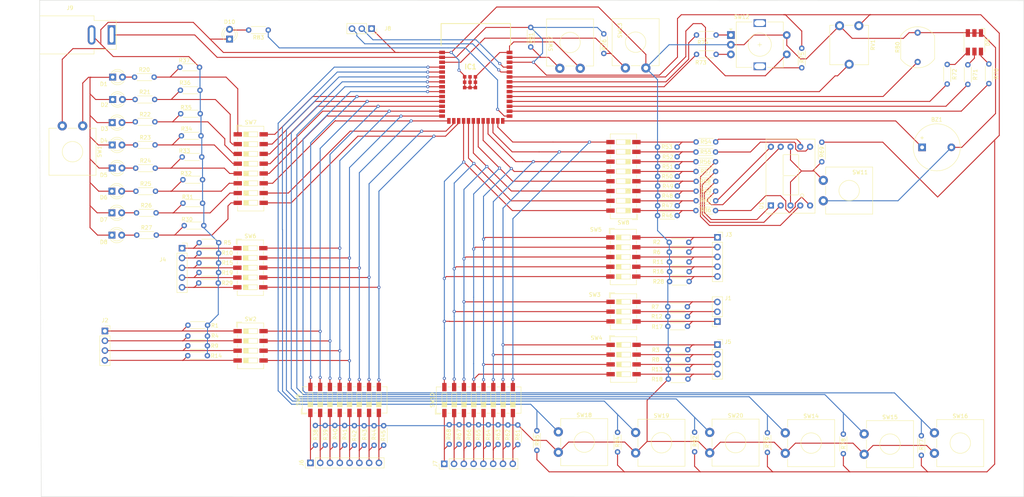
<source format=kicad_pcb>
(kicad_pcb (version 20211014) (generator pcbnew)
  (layers (0 "F.Cu" signal) (31 "B.Cu" signal) (34 "B.Paste" user) (35 "F.Paste" user) (36 "B.SilkS" user "B.Silkscreen") (37 "F.SilkS" user "F.Silkscreen") (38 "B.Mask" user) (39 "F.Mask" user) (44 "Edge.Cuts" user))
  (net 0 "")
  (net 1 "Net-(R22-Pad2)")
  (net 2 "GND_1")
  (net 3 "Net-(J6-Pad8)")
  (net 4 "Net-(J6-Pad7)")
  (net 5 "Net-(J6-Pad6)")
  (net 6 "Net-(J6-Pad5)")
  (net 7 "Net-(J6-Pad4)")
  (net 8 "Net-(J6-Pad3)")
  (net 9 "Net-(J6-Pad2)")
  (net 10 "Net-(J6-Pad1)")
  (net 11 "Net-(R20-Pad2)")
  (net 12 "Net-(R21-Pad2)")
  (net 13 "Net-(R46-Pad1)")
  (net 14 "Net-(R23-Pad2)")
  (net 15 "Net-(R24-Pad2)")
  (net 16 "Net-(R25-Pad2)")
  (net 17 "Net-(R26-Pad2)")
  (net 18 "Net-(R27-Pad2)")
  (net 19 "Net-(J4-Pad5)")
  (net 20 "Net-(J3-Pad5)")
  (net 21 "Net-(D8-Pad2)")
  (net 22 "Net-(D7-Pad2)")
  (net 23 "Net-(D6-Pad2)")
  (net 24 "Net-(R50-Pad1)")
  (net 25 "Net-(R57-Pad2)")
  (net 26 "Net-(J7-Pad2)")
  (net 27 "Net-(J7-Pad3)")
  (net 28 "Net-(J7-Pad4)")
  (net 29 "Net-(J7-Pad5)")
  (net 30 "Net-(J7-Pad6)")
  (net 31 "Net-(J7-Pad7)")
  (net 32 "Net-(J7-Pad8)")
  (net 33 "Net-(R47-Pad1)")
  (net 34 "Net-(R60-Pad2)")
  (net 35 "Net-(R48-Pad1)")
  (net 36 "Net-(R59-Pad2)")
  (net 37 "Net-(R49-Pad1)")
  (net 38 "Net-(R58-Pad2)")
  (net 39 "Net-(D5-Pad2)")
  (net 40 "Net-(R51-Pad1)")
  (net 41 "Net-(R56-Pad2)")
  (net 42 "Net-(R52-Pad1)")
  (net 43 "Net-(R55-Pad2)")
  (net 44 "Net-(R53-Pad1)")
  (net 45 "Net-(R54-Pad2)")
  (net 46 "IO42")
  (net 47 "3V3")
  (net 48 "Net-(J5-Pad1)")
  (net 49 "Net-(J3-Pad1)")
  (net 50 "Net-(J2-Pad1)")
  (net 51 "Net-(J7-Pad1)")
  (net 52 "Net-(R69-Pad2)")
  (net 53 "Net-(D9-Pad6)")
  (net 54 "IO35")
  (net 55 "Net-(D9-Pad5)")
  (net 56 "IO36")
  (net 57 "Net-(D9-Pad4)")
  (net 58 "IO37")
  (net 59 "Net-(R73-Pad1)")
  (net 60 "IO40")
  (net 61 "Net-(R74-Pad1)")
  (net 62 "IO41")
  (net 63 "Net-(D4-Pad2)")
  (net 64 "EN")
  (net 65 "IO16")
  (net 66 "IO15")
  (net 67 "IO7")
  (net 68 "IO1")
  (net 69 "IO6")
  (net 70 "IO0")
  (net 71 "Net-(D10-Pad2)")
  (net 72 "IO5")
  (net 73 "IO4")
  (net 74 "Net-(J4-Pad1)")
  (net 75 "Net-(D3-Pad2)")
  (net 76 "Net-(D2-Pad2)")
  (net 77 "Net-(D1-Pad2)")
  (net 78 "Net-(J4-Pad4)")
  (net 79 "Net-(J5-Pad4)")
  (net 80 "Net-(J1-Pad1)")
  (net 81 "Net-(J3-Pad4)")
  (net 82 "Net-(J4-Pad3)")
  (net 83 "Net-(J2-Pad4)")
  (net 84 "Net-(J5-Pad3)")
  (net 85 "Net-(J1-Pad2)")
  (net 86 "Net-(J3-Pad3)")
  (net 87 "Net-(J4-Pad2)")
  (net 88 "Net-(J2-Pad3)")
  (net 89 "Net-(J5-Pad2)")
  (net 90 "Net-(J1-Pad3)")
  (net 91 "Net-(J3-Pad2)")
  (net 92 "Net-(J2-Pad2)")
  (net 93 "IO39")
  (net 94 "IO38")
  (net 95 "Net-(D1-Pad1)")
  (net 96 "IO17")
  (net 97 "IO18")
  (net 98 "IO8")
  (net 99 "IO19")
  (net 100 "IO20")
  (net 101 "IO3")
  (net 102 "IO46")
  (net 103 "IO9")
  (net 104 "IO10")
  (net 105 "IO11")
  (net 106 "IO12")
  (net 107 "IO13")
  (net 108 "IO14")
  (net 109 "IO21")
  (net 110 "IO47")
  (net 111 "IO48")
  (net 112 "IO45")
  (net 113 "RXD0")
  (net 114 "TXD0")
  (net 115 "Net-(R86-Pad2)")
  (footprint "Connector_PinHeader_2.54mm:PinHeader_1x08_P2.54mm_Vertical" (layer "F.Cu") (at 92.77 148.28 90)
    (fp_text reference "J6")
    (fp_text value "Conn_01x08_Male")
  )
  (footprint "LED_THT:LED_D3.0mm_IRBlack" (layer "F.Cu") (at 41.335 71.79)
    (fp_text reference "D5")
    (fp_text value "SFH4356P")
  )
  (footprint "Resistor_THT:R_Axial_DIN0204_L3.6mm_D1.6mm_P5.08mm_Horizontal" (layer "F.Cu") (at 168.895 36.97 -90)
    (fp_text reference "R76")
    (fp_text value "5k")
  )
  (footprint "Resistor_THT:R_Axial_DIN0204_L3.6mm_D1.6mm_P5.08mm_Horizontal" (layer "F.Cu") (at 187.975 79.02 180)
    (fp_text reference "R48")
    (fp_text value "1k")
  )
  (footprint "Resistor_THT:R_Axial_DIN0204_L3.6mm_D1.6mm_P5.08mm_Horizontal" (layer "F.Cu") (at 220.245 45.77 90)
    (fp_text reference "R75")
    (fp_text value "1K")
  )
  (footprint "LED_THT:LED_D3.0mm_IRBlack" (layer "F.Cu") (at 41.46 53.99)
    (fp_text reference "D2")
    (fp_text value "SFH4356P")
  )
  (footprint "Resistor_THT:R_Axial_DIN0204_L3.6mm_D1.6mm_P5.08mm_Horizontal" (layer "F.Cu") (at 68.975 91.15 180)
    (fp_text reference "R5")
    (fp_text value "1k")
  )
  (footprint "Resistor_THT:R_Axial_DIN0204_L3.6mm_D1.6mm_P5.08mm_Horizontal" (layer "F.Cu") (at 185.595 118.91)
    (fp_text reference "R3")
    (fp_text value "1k")
  )
  (footprint "Resistor_THT:R_Axial_DIN0204_L3.6mm_D1.6mm_P5.08mm_Horizontal" (layer "F.Cu") (at 268.805 44.78 -90)
    (fp_text reference "R70")
    (fp_text value "1K")
  )
  (footprint "Connector_PinSocket_2.54mm:PinSocket_1x04_P2.54mm_Vertical" (layer "F.Cu") (at 198.365 117.59)
    (fp_text reference "J5")
    (fp_text value "Conn_01x04_Female")
  )
  (footprint "Resistor_THT:R_Axial_DIN0204_L3.6mm_D1.6mm_P5.08mm_Horizontal" (layer "F.Cu") (at 251.275 141.23 -90)
    (fp_text reference "R77")
    (fp_text value "5k")
  )
  (footprint "Resistor_THT:R_Axial_DIN0204_L3.6mm_D1.6mm_P5.08mm_Horizontal" (layer "F.Cu") (at 47.335 59.79)
    (fp_text reference "R22")
    (fp_text value "180")
  )
  (footprint "Resistor_THT:R_Axial_DIN0204_L3.6mm_D1.6mm_P5.08mm_Horizontal" (layer "F.Cu") (at 185.515 110.29)
    (fp_text reference "R12")
    (fp_text value "1k")
  )
  (footprint "Resistor_THT:R_Axial_DIN0204_L3.6mm_D1.6mm_P5.08mm_Horizontal" (layer "F.Cu") (at 225.445 65.07 -90)
    (fp_text reference "R69")
    (fp_text value "5k")
  )
  (footprint "Resistor_THT:R_Axial_DIN0204_L3.6mm_D1.6mm_P5.08mm_Horizontal" (layer "F.Cu") (at 192.835 77.77)
    (fp_text reference "R59")
    (fp_text value "180")
  )
  (footprint "Connector_BarrelJack:BarrelJack_SwitchcraftConxall_RAPC10U_Horizontal" (layer "F.Cu") (at 41.18 37.24)
    (fp_text reference "J9")
    (fp_text value "Jack-DC")
    (fp_line (start -18.67 -9) (end -18.67 9) (layer "Edge.Cuts") (width 0.12))
  )
  (footprint "Button_Switch_SMD:SW_DIP_SPSTx08_Slide_6.7x21.88mm_W6.73mm_P2.54mm_LowProfile_JPin" (layer "F.Cu") (at 77.2775 71.92)
    (fp_text reference "SW7")
    (fp_text value "SW_DIP_x08")
  )
  (footprint "Display_7Segment:D1X8K" (layer "F.Cu") (at 212.245 81.4975 90)
    (fp_text reference "U1")
    (fp_text value "D168K")
  )
  (footprint "LED_THT:LED_D3.0mm_IRBlack" (layer "F.Cu") (at 41.26 77.79)
    (fp_text reference "D6")
    (fp_text value "SFH4356P")
  )
  (footprint "Resistor_THT:R_Axial_DIN0204_L3.6mm_D1.6mm_P5.08mm_Horizontal" (layer "F.Cu") (at 263.345 44.99 -90)
    (fp_text reference "R71")
    (fp_text value "1K")
  )
  (footprint "Resistor_THT:R_Axial_DIN0204_L3.6mm_D1.6mm_P5.08mm_Horizontal" (layer "F.Cu") (at 187.935 81.55 180)
    (fp_text reference "R47")
    (fp_text value "1k")
  )
  (footprint "Resistor_THT:R_Axial_DIN0204_L3.6mm_D1.6mm_P5.08mm_Horizontal" (layer "F.Cu") (at 187.915 84.11 180)
    (fp_text reference "R46")
    (fp_text value "1k")
  )
  (footprint "Resistor_THT:R_Axial_DIN0204_L3.6mm_D1.6mm_P5.08mm_Horizontal" (layer "F.Cu") (at 185.915 96.14)
    (fp_text reference "R11")
    (fp_text value "1k")
  )
  (footprint "Resistor_THT:R_Axial_DIN0204_L3.6mm_D1.6mm_P5.08mm_Horizontal" (layer "F.Cu") (at 68.865 101.6 180)
    (fp_text reference "R29")
    (fp_text value "1k")
  )
  (footprint "Resistor_THT:R_Axial_DIN0204_L3.6mm_D1.6mm_P5.08mm_Horizontal" (layer "F.Cu") (at 198.025 42.28 180)
    (fp_text reference "R73")
    (fp_text value "5K")
  )
  (footprint "Resistor_THT:R_Axial_DIN0204_L3.6mm_D1.6mm_P5.08mm_Horizontal" (layer "F.Cu") (at 141.465 143.49 90)
    (fp_text reference "R63")
    (fp_text value "1k")
  )
  (footprint "Resistor_THT:R_Axial_DIN0204_L3.6mm_D1.6mm_P5.08mm_Horizontal" (layer "F.Cu") (at 185.855 91.04)
    (fp_text reference "R2")
    (fp_text value "1k")
  )
  (footprint "LED_THT:LED_D3.0mm_IRBlack" (layer "F.Cu") (at 41.335 65.79)
    (fp_text reference "D4")
    (fp_text value "SFH4356P")
  )
  (footprint "Resistor_THT:R_Axial_DIN0204_L3.6mm_D1.6mm_P5.08mm_Horizontal" (layer "F.Cu") (at 66.035 120.45 180)
    (fp_text reference "R14")
    (fp_text value "1k")
  )
  (footprint "Button_Switch_SMD:SW_DIP_SPSTx08_Slide_6.7x21.88mm_W6.73mm_P2.54mm_LowProfile_JPin" (layer "F.Cu") (at 136.4075 131.98 90)
    (fp_text reference "SW10")
    (fp_text value "SW_DIP_x08")
  )
  (footprint "Resistor_THT:R_Axial_DIN0204_L3.6mm_D1.6mm_P5.08mm_Horizontal" (layer "F.Cu") (at 66.045 117.88 180)
    (fp_text reference "R9")
    (fp_text value "1k")
  )
  (footprint "Resistor_THT:R_Axial_DIN0204_L3.6mm_D1.6mm_P5.08mm_Horizontal" (layer "F.Cu") (at 96.595 138.57 -90)
    (fp_text reference "R39")
    (fp_text value "1k")
  )
  (footprint "Button_Switch_THT:SW_CW_GPTS203211B" (layer "F.Cu") (at 157.475 45.9 90)
    (fp_text reference "SW17")
    (fp_text value "SW_Push")
  )
  (footprint "Resistor_THT:R_Axial_DIN0204_L3.6mm_D1.6mm_P5.08mm_Horizontal" (layer "F.Cu") (at 192.795 82.81)
    (fp_text reference "R86")
    (fp_text value "180")
  )
  (footprint "Buzzer_Beeper:Buzzer_12x9.5RM7.6" (layer "F.Cu") (at 251.475 66.41)
    (fp_text reference "BZ1")
    (fp_text value "Buzzer 5V")
  )
  (footprint "Resistor_THT:R_Axial_DIN0204_L3.6mm_D1.6mm_P5.08mm_Horizontal" (layer "F.Cu") (at 59.705 80.91)
    (fp_text reference "R31")
    (fp_text value "1k")
  )
  (footprint "Connector_PinSocket_2.54mm:PinSocket_1x03_P2.54mm_Vertical" (layer "F.Cu") (at 108.635 35.61 -90)
    (fp_text reference "J8")
    (fp_text value "Conn_01x03_Female")
  )
  (footprint "Resistor_THT:R_Axial_DIN0204_L3.6mm_D1.6mm_P5.08mm_Horizontal" (layer "F.Cu") (at 99.115 138.57 -90)
    (fp_text reference "R40")
    (fp_text value "1k")
  )
  (footprint "Button_Switch_THT:SW_CW_GPTS203211B" (layer "F.Cu") (at 215.975 140.49)
    (fp_text reference "SW14")
    (fp_text value "SW_Push")
  )
  (footprint "Button_Switch_SMD:SW_DIP_SPSTx04_Slide_6.7x11.72mm_W6.73mm_P2.54mm_LowProfile_JPin" (layer "F.Cu") (at 77.2425 117.9)
    (fp_text reference "SW2")
    (fp_text value "SW_DIP_x04")
  )
  (footprint "Resistor_THT:R_Axial_DIN0204_L3.6mm_D1.6mm_P5.08mm_Horizontal" (layer "F.Cu") (at 47.645 83.41)
    (fp_text reference "R26")
    (fp_text value "180")
  )
  (footprint "LED_THT:LED_D3.0mm_IRBlack" (layer "F.Cu") (at 41.26 83.39)
    (fp_text reference "D7")
    (fp_text value "SFH4356P")
  )
  (footprint "Button_Switch_SMD:SW_DIP_SPSTx05_Slide_6.7x14.26mm_W6.73mm_P2.54mm_LowProfile_JPin" (layer "F.Cu") (at 173.95 94.86)
    (fp_text reference "SW5")
    (fp_text value "SW_DIP_x05")
  )
  (footprint "Resistor_THT:R_Axial_DIN0204_L3.6mm_D1.6mm_P5.08mm_Horizontal" (layer "F.Cu") (at 192.805 67.62)
    (fp_text reference "R55")
    (fp_text value "180")
  )
  (footprint "Button_Switch_THT:SW_CW_GPTS203211B" (layer "F.Cu") (at 196.365 140.37)
    (fp_text reference "SW20")
    (fp_text value "SW_Push")
  )
  (footprint "Resistor_THT:R_Axial_DIN0204_L3.6mm_D1.6mm_P5.08mm_Horizontal" (layer "F.Cu") (at 185.945 101.22)
    (fp_text reference "R28")
    (fp_text value "1k")
  )
  (footprint "Resistor_THT:R_Axial_DIN0204_L3.6mm_D1.6mm_P5.08mm_Horizontal" (layer "F.Cu") (at 185.615 121.47)
    (fp_text reference "R8")
    (fp_text value "1k")
  )
  (footprint "Resistor_THT:R_Axial_DIN0204_L3.6mm_D1.6mm_P5.08mm_Horizontal" (layer "F.Cu") (at 185.495 107.76)
    (fp_text reference "R7")
    (fp_text value "1k")
  )
  (footprint "Resistor_THT:R_Axial_DIN0204_L3.6mm_D1.6mm_P5.08mm_Horizontal" (layer "F.Cu") (at 136.385 143.48 90)
    (fp_text reference "R65")
    (fp_text value "1k")
  )
  (footprint "Connector_PinSocket_2.54mm:PinSocket_1x05_P2.54mm_Vertical" (layer "F.Cu") (at 59.46 92.58)
    (fp_text reference "J4")
    (fp_text value "Conn_01x05_Female")
  )
  (footprint "Resistor_THT:R_Axial_DIN0204_L3.6mm_D1.6mm_P5.08mm_Horizontal" (layer "F.Cu") (at 187.915 68.84 180)
    (fp_text reference "R52")
    (fp_text value "1k")
  )
  (footprint "Resistor_THT:R_Axial_DIN0204_L3.6mm_D1.6mm_P5.08mm_Horizontal" (layer "F.Cu") (at 68.935 96.4 180)
    (fp_text reference "R15")
    (fp_text value "1k")
  )
  (footprint "LED_SMD:LED_RGB_5050-6" (layer "F.Cu") (at 265.045 39.15 -90)
    (fp_text reference "D9")
    (fp_text value "LED_RGB")
  )
  (footprint "Resistor_THT:R_Axial_DIN0204_L3.6mm_D1.6mm_P5.08mm_Horizontal" (layer "F.Cu") (at 138.925 143.47 90)
    (fp_text reference "R64")
    (fp_text value "1k")
  )
  (footprint "Resistor_THT:R_Axial_DIN0204_L3.6mm_D1.6mm_P5.08mm_Horizontal" (layer "F.Cu") (at 58.915 45.64)
    (fp_text reference "R37")
    (fp_text value "1k")
  )
  (footprint "Resistor_THT:R_Axial_DIN0204_L3.6mm_D1.6mm_P5.08mm_Horizontal" (layer "F.Cu") (at 185.635 126.53)
    (fp_text reference "R18")
    (fp_text value "1k")
  )
  (footprint "Rotary_Encoder:RotaryEncoder_Alps_EC11E-Switch_Vertical_H20mm" (layer "F.Cu") (at 201.855 37.28)
    (fp_text reference "SW12")
    (fp_text value "RotaryEncoder_Switch")
  )
  (footprint "Resistor_THT:R_Axial_DIN0204_L3.6mm_D1.6mm_P5.08mm_Horizontal" (layer "F.Cu") (at 257.985 44.9 -90)
    (fp_text reference "R72")
    (fp_text value "1K")
  )
  (footprint "Button_Switch_THT:SW_CW_GPTS203211B" (layer "F.Cu") (at 225.845 74.97)
    (fp_text reference "SW11")
    (fp_text value "SW_Push")
  )
  (footprint "Button_Switch_SMD:SW_DIP_SPSTx04_Slide_6.7x11.72mm_W6.73mm_P2.54mm_LowProfile_JPin" (layer "F.Cu") (at 174.025 121.46)
    (fp_text reference "SW4")
    (fp_text value "SW_DIP_x04")
  )
  (footprint "ESP32S3WROOM:ESP32S3WROOM1N8R2" (layer "F.Cu") (at 135.6775 47.05)
    (fp_text reference "IC1")
    (fp_text value "ESP32-S3-WROOM-1-N8R2" hide)
  )
  (footprint "Resistor_THT:R_Axial_DIN0204_L3.6mm_D1.6mm_P5.08mm_Horizontal" (layer "F.Cu") (at 68.945 93.86 180)
    (fp_text reference "R10")
    (fp_text value "1k")
  )
  (footprint "Resistor_THT:R_Axial_DIN0204_L3.6mm_D1.6mm_P5.08mm_Horizontal" (layer "F.Cu") (at 47.375 65.78)
    (fp_text reference "R23")
    (fp_text value "180")
  )
  (footprint "Button_Switch_THT:SW_CW_GPTS203211B" (layer "F.Cu") (at 236.445 140.76)
    (fp_text reference "SW15")
    (fp_text value "SW_Push")
  )
  (footprint "Potentiometer_THT:Potentiometer_ACP_CA9-V10_Vertical" (layer "F.Cu") (at 230.05 34.85 -90)
    (fp_text reference "RV1")
    (fp_text value "R_Potentiometer_Trim")
  )
  (footprint "Button_Switch_THT:SW_CW_GPTS203211B" (layer "F.Cu") (at 177.145 140.4)
    (fp_text reference "SW19")
    (fp_text value "SW_Push")
  )
  (footprint "Button_Switch_SMD:SW_DIP_SPSTx08_Slide_6.7x21.88mm_W6.73mm_P2.54mm_LowProfile_JPin" (layer "F.Cu") (at 173.9775 73.93 180)
    (fp_text reference "SW8")
    (fp_text value "SW_DIP_x08")
  )
  (footprint "Resistor_THT:R_Axial_DIN0204_L3.6mm_D1.6mm_P5.08mm_Horizontal" (layer "F.Cu") (at 187.945 73.95 180)
    (fp_text reference "R50")
    (fp_text value "1k")
  )
  (footprint "Resistor_THT:R_Axial_DIN0204_L3.6mm_D1.6mm_P5.08mm_Horizontal" (layer "F.Cu") (at 66.075 112.55 180)
    (fp_text reference "R1")
    (fp_text value "1k")
  )
  (footprint "Resistor_THT:R_Axial_DIN0204_L3.6mm_D1.6mm_P5.08mm_Horizontal" (layer "F.Cu") (at 133.835 143.46 90)
    (fp_text reference "R66")
    (fp_text value "1k")
  )
  (footprint "LED_THT:LED_D3.0mm_IRBlack" (layer "F.Cu") (at 41.335 59.99)
    (fp_text reference "D3")
    (fp_text value "SFH4356P")
  )
  (footprint "Resistor_THT:R_Axial_DIN0204_L3.6mm_D1.6mm_P5.08mm_Horizontal" (layer "F.Cu") (at 60.025 86.7)
    (fp_text reference "R30")
    (fp_text value "1k")
  )
  (footprint "Resistor_THT:R_Axial_DIN0204_L3.6mm_D1.6mm_P5.08mm_Horizontal" (layer "F.Cu") (at 172.455 140.36 -90)
    (fp_text reference "R84")
    (fp_text value "5k")
  )
  (footprint "Resistor_THT:R_Axial_DIN0204_L3.6mm_D1.6mm_P5.08mm_Horizontal" (layer "F.Cu") (at 59.495 68.91)
    (fp_text reference "R33")
    (fp_text value "1k")
  )
  (footprint "Resistor_THT:R_Axial_DIN0204_L3.6mm_D1.6mm_P5.08mm_Horizontal" (layer "F.Cu") (at 187.955 76.44 180)
    (fp_text reference "R49")
    (fp_text value "1k")
  )
  (footprint "Connector_PinSocket_2.54mm:PinSocket_1x04_P2.54mm_Vertical" (layer "F.Cu") (at 39.45 114.06)
    (fp_text reference "J2")
    (fp_text value "Conn_01x04_Female")
  )
  (footprint "Button_Switch_THT:SW_CW_GPTS203211B" (layer "F.Cu") (at 174.495 45.82 90)
    (fp_text reference "SW13")
    (fp_text value "SW_Push")
  )
  (footprint "Resistor_THT:R_Axial_DIN0204_L3.6mm_D1.6mm_P5.08mm_Horizontal" (layer "F.Cu") (at 211.335 140.47 -90)
    (fp_text reference "R79")
    (fp_text value "5k")
  )
  (footprint "Button_Switch_THT:SW_CW_GPTS203211B" (layer "F.Cu") (at 254.675 140.49)
    (fp_text reference "SW16")
    (fp_text value "SW_Push")
  )
  (footprint "Resistor_THT:R_Axial_DIN0204_L3.6mm_D1.6mm_P5.08mm_Horizontal" (layer "F.Cu") (at 198.015 37.26 180)
    (fp_text reference "R74")
    (fp_text value "5K")
  )
  (footprint "Resistor_THT:R_Axial_DIN0204_L3.6mm_D1.6mm_P5.08mm_Horizontal" (layer "F.Cu") (at 47.275 53.99)
    (fp_text reference "R21")
    (fp_text value "180")
  )
  (footprint "Resistor_THT:R_Axial_DIN0204_L3.6mm_D1.6mm_P5.08mm_Horizontal" (layer "F.Cu") (at 47.135 48.19)
    (fp_text reference "R20")
    (fp_text value "180")
  )
  (footprint "Resistor_THT:R_Axial_DIN0204_L3.6mm_D1.6mm_P5.08mm_Horizontal" (layer "F.Cu") (at 149.925 35.29 -90)
    (fp_text reference "R81")
    (fp_text value "5k")
  )
  (footprint "Resistor_THT:R_Axial_DIN0204_L3.6mm_D1.6mm_P5.08mm_Horizontal" (layer "F.Cu") (at 144.015 143.52 90)
    (fp_text reference "R62")
    (fp_text value "1k")
  )
  (footprint "Connector_PinSocket_2.54mm:PinSocket_1x05_P2.54mm_Vertical" (layer "F.Cu") (at 198.38 89.75)
    (fp_text reference "J3")
    (fp_text value "Conn_01x05_Female")
  )
  (footprint "Connector_PinSocket_2.54mm:PinSocket_1x03_P2.54mm_Vertical" (layer "F.Cu") (at 198.355 111.61 180)
    (fp_text reference "J1")
    (fp_text value "Conn_01x03_Female")
  )
  (footprint "Resistor_THT:R_Axial_DIN0204_L3.6mm_D1.6mm_P5.08mm_Horizontal" (layer "F.Cu") (at 192.815 72.66)
    (fp_text reference "R57")
    (fp_text value "180")
  )
  (footprint "Resistor_THT:R_Axial_DIN0204_L3.6mm_D1.6mm_P5.08mm_Horizontal" (layer "F.Cu") (at 59.695 74.8)
    (fp_text reference "R32")
    (fp_text value "1k")
  )
  (footprint "Resistor_THT:R_Axial_DIN0204_L3.6mm_D1.6mm_P5.08mm_Horizontal" (layer "F.Cu") (at 128.775 143.45 90)
    (fp_text reference "R68")
    (fp_text value "1k")
  )
  (footprint "Button_Switch_THT:SW_CW_GPTS203211B" (layer "F.Cu") (at 33.685 60.84 -90)
    (fp_text reference "SW1")
    (fp_text value "SW_Push")
  )
  (footprint "Connector_PinHeader_2.54mm:PinHeader_1x08_P2.54mm_Vertical" (layer "F.Cu") (at 127.49 148.52 90)
    (fp_text reference "J7")
    (fp_text value "Conn_01x08_Male")
  )
  (footprint "Resistor_THT:R_Axial_DIN0204_L3.6mm_D1.6mm_P5.08mm_Horizontal" (layer "F.Cu") (at 81.825 35.975 180)
    (fp_text reference "R83")
    (fp_text value "1k")
  )
  (footprint "Resistor_THT:R_Axial_DIN0204_L3.6mm_D1.6mm_P5.08mm_Horizontal" (layer "F.Cu") (at 185.615 124.02)
    (fp_text reference "R13")
    (fp_text value "1k")
  )
  (footprint "Resistor_THT:R_Axial_DIN0204_L3.6mm_D1.6mm_P5.08mm_Horizontal" (layer "F.Cu") (at 109.285 138.63 -90)
    (fp_text reference "R44")
    (fp_text value "1k")
  )
  (footprint "Resistor_THT:R_Axial_DIN0204_L3.6mm_D1.6mm_P5.08mm_Horizontal" (layer "F.Cu") (at 47.495 77.79)
    (fp_text reference "R25")
    (fp_text value "180")
  )
  (footprint "Resistor_THT:R_Axial_DIN0204_L3.6mm_D1.6mm_P5.08mm_Horizontal" (layer "F.Cu") (at 111.775 138.62 -90)
    (fp_text reference "R45")
    (fp_text value "1k")
  )
  (footprint "Resistor_THT:R_Axial_DIN0204_L3.6mm_D1.6mm_P5.08mm_Horizontal" (layer "F.Cu") (at 106.705 138.63 -90)
    (fp_text reference "R43")
    (fp_text value "1k")
  )
  (footprint "LED_THT:LED_D3.0mm_IRBlack" (layer "F.Cu") (at 71.785 38.33 90)
    (fp_text reference "D10")
    (fp_text value "LED")
  )
  (footprint "Resistor_THT:R_Axial_DIN0204_L3.6mm_D1.6mm_P5.08mm_Horizontal" (layer "F.Cu") (at 59.295 63.42)
    (fp_text reference "R34")
    (fp_text value "1k")
  )
  (footprint "Resistor_THT:R_Axial_DIN0204_L3.6mm_D1.6mm_P5.08mm_Horizontal" (layer "F.Cu") (at 151.525 139.94 -90)
    (fp_text reference "R85")
    (fp_text value "5k")
  )
  (footprint "Resistor_THT:R_Axial_DIN0204_L3.6mm_D1.6mm_P5.08mm_Horizontal" (layer "F.Cu") (at 101.655 138.58 -90)
    (fp_text reference "R41")
    (fp_text value "1k")
  )
  (footprint "Resistor_THT:R_Axial_DIN0204_L3.6mm_D1.6mm_P5.08mm_Horizontal" (layer "F.Cu") (at 185.945 98.66)
    (fp_text reference "R16")
    (fp_text value "1k")
  )
  (footprint "Resistor_THT:R_Axial_DIN0204_L3.6mm_D1.6mm_P5.08mm_Horizontal" (layer "F.Cu") (at 192.805 70.13)
    (fp_text reference "R56")
    (fp_text value "180")
  )
  (footprint "Resistor_THT:R_Axial_DIN0204_L3.6mm_D1.6mm_P5.08mm_Horizontal" (layer "F.Cu") (at 131.335 143.46 90)
    (fp_text reference "R67")
    (fp_text value "1k")
  )
  (footprint "Resistor_THT:R_Axial_DIN0204_L3.6mm_D1.6mm_P5.08mm_Horizontal" (layer "F.Cu") (at 59.035 51.6)
    (fp_text reference "R36")
    (fp_text value "1k")
  )
  (footprint "Button_Switch_THT:SW_CW_GPTS203211B" (layer "F.Cu") (at 157.095 140.24)
    (fp_text reference "SW18")
    (fp_text value "SW_Push")
  )
  (footprint "Resistor_THT:R_Axial_DIN0204_L3.6mm_D1.6mm_P5.08mm_Horizontal" (layer "F.Cu") (at 59.115 57.68)
    (fp_text reference "R35")
    (fp_text value "1k")
  )
  (footprint "Resistor_THT:R_Axial_DIN0204_L3.6mm_D1.6mm_P5.08mm_Horizontal" (layer "F.Cu") (at 104.175 138.61 -90)
    (fp_text reference "R42")
    (fp_text value "1k")
  )
  (footprint "Resistor_THT:R_Axial_DIN0204_L3.6mm_D1.6mm_P5.08mm_Horizontal" (layer "F.Cu") (at 185.875 93.57)
    (fp_text reference "R6")
    (fp_text value "1k")
  )
  (footprint "Resistor_THT:R_Axial_DIN0204_L3.6mm_D1.6mm_P5.08mm_Horizontal" (layer "F.Cu") (at 47.705 89.17)
    (fp_text reference "R27")
    (fp_text value "180")
  )
  (footprint "Resistor_THT:R_Axial_DIN0204_L3.6mm_D1.6mm_P5.08mm_Horizontal" (layer "F.Cu") (at 146.585 143.52 90)
    (fp_text reference "R61")
    (fp_text value "1k")
  )
  (footprint "Resistor_THT:R_Axial_DIN0204_L3.6mm_D1.6mm_P5.08mm_Horizontal" (layer "F.Cu") (at 185.515 112.85)
    (fp_text reference "R17")
    (fp_text value "1k")
  )
  (footprint "Resistor_THT:R_Axial_DIN0204_L3.6mm_D1.6mm_P5.08mm_Horizontal" (layer "F.Cu") (at 192.845 75.23)
    (fp_text reference "R58")
    (fp_text value "180")
  )
  (footprint "Resistor_THT:R_Axial_DIN0204_L3.6mm_D1.6mm_P5.08mm_Horizontal" (layer "F.Cu") (at 192.835 80.26)
    (fp_text reference "R60")
    (fp_text value "180")
  )
  (footprint "Resistor_THT:R_Axial_DIN0204_L3.6mm_D1.6mm_P5.08mm_Horizontal" (layer "F.Cu") (at 192.445 140.32 -90)
    (fp_text reference "R82")
    (fp_text value "5k")
  )
  (footprint "Resistor_THT:R_Axial_DIN0204_L3.6mm_D1.6mm_P5.08mm_Horizontal" (layer "F.Cu") (at 187.935 71.41 180)
    (fp_text reference "R51")
    (fp_text value "1k")
  )
  (footprint "Button_Switch_SMD:SW_DIP_SPSTx08_Slide_6.7x21.88mm_W6.73mm_P2.54mm_LowProfile_JPin" (layer "F.Cu") (at 101.6375 131.945 90)
    (fp_text reference "SW9")
    (fp_text value "SW_DIP_x08")
  )
  (footprint "Button_Switch_SMD:SW_DIP_SPSTx05_Slide_6.7x14.26mm_W6.73mm_P2.54mm_LowProfile_JPin" (layer "F.Cu") (at 77.1775 97.64)
    (fp_text reference "SW6")
    (fp_text value "SW_DIP_x05")
  )
  (footprint "LED_THT:LED_D3.0mm_IRBlack" (layer "F.Cu") (at 41.46 48.19)
    (fp_text reference "D1")
    (fp_text value "SFH4356P")
  )
  (footprint "OptoDevice:R_LDR_10x8.5mm_P7.6mm_Vertical" (layer "F.Cu") (at 250.315 44.25 90)
    (fp_text reference "R80")
    (fp_text value "LDR03")
  )
  (footprint "Resistor_THT:R_Axial_DIN0204_L3.6mm_D1.6mm_P5.08mm_Horizontal" (layer "F.Cu") (at 187.905 66.33 180)
    (fp_text reference "R53")
    (fp_text value "1k")
  )
  (footprint "Resistor_THT:R_Axial_DIN0204_L3.6mm_D1.6mm_P5.08mm_Horizontal" (layer "F.Cu") (at 192.835 65.01)
    (fp_text reference "R54")
    (fp_text value "180")
  )
  (footprint "Resistor_THT:R_Axial_DIN0204_L3.6mm_D1.6mm_P5.08mm_Horizontal" (layer "F.Cu") (at 68.935 98.89 180)
    (fp_text reference "R19")
    (fp_text value "1k")
  )
  (footprint "Resistor_THT:R_Axial_DIN0204_L3.6mm_D1.6mm_P5.08mm_Horizontal" (layer "F.Cu") (at 47.425 71.81)
    (fp_text reference "R24")
    (fp_text value "180")
  )
  (footprint "LED_THT:LED_D3.0mm_IRBlack" (layer "F.Cu") (at 41.26 89.19)
    (fp_text reference "D8")
    (fp_text value "SFH4356P")
  )
  (footprint "Resistor_THT:R_Axial_DIN0204_L3.6mm_D1.6mm_P5.08mm_Horizontal" (layer "F.Cu") (at 94.055 138.58 -90)
    (fp_text reference "R38")
    (fp_text value "1k")
  )
  (footprint "Button_Switch_SMD:SW_DIP_SPSTx03_Slide_6.7x9.18mm_W6.73mm_P2.54mm_LowProfile_JPin" (layer "F.Cu") (at 174.005 109.03)
    (fp_text reference "SW3")
    (fp_text value "SW_DIP_x03")
  )
  (footprint "Resistor_THT:R_Axial_DIN0204_L3.6mm_D1.6mm_P5.08mm_Horizontal" (layer "F.Cu") (at 231.045 140.81 -90)
    (fp_text reference "R78")
    (fp_text value "5k")
  )
  (footprint "Resistor_THT:R_Axial_DIN0204_L3.6mm_D1.6mm_P5.08mm_Horizontal" (layer "F.Cu") (at 66.055 115.36 180)
    (fp_text reference "R4")
    (fp_text value "1k")
  )
  (gr_line (start 22.925 157.05) (end 22.51 46.24) (layer "Edge.Cuts") (width 0.1))
  (gr_line (start 277.875 157.075) (end 22.925 157.05) (layer "Edge.Cuts") (width 0.1))
  (gr_line (start 277.875 28.325) (end 277.875 157.075) (layer "Edge.Cuts") (width 0.1))
  (gr_line (start 22.51 28.24) (end 277.875 28.325) (layer "Edge.Cuts") (width 0.1))
  (segment (start 66.155 59.79) (end 70.545 64.18) (width 0.25) (layer "F.Cu") (net 1))
  (segment (start 52.415 59.79) (end 57.085 59.79) (width 0.25) (layer "F.Cu") (net 1))
  (segment (start 70.545 65.8) (end 72.855 68.11) (width 0.25) (layer "F.Cu") (net 1))
  (segment (start 70.545 64.18) (end 70.545 65.8) (width 0.25) (layer "F.Cu") (net 1))
  (segment (start 57.085 59.79) (end 66.155 59.79) (width 0.25) (layer "F.Cu") (net 1))
  (segment (start 57.085 59.71) (end 57.085 59.79) (width 0.25) (layer "F.Cu") (net 1))
  (segment (start 59.115 57.68) (end 57.085 59.71) (width 0.25) (layer "F.Cu") (net 1))
  (segment (start 72.855 68.11) (end 73.9125 68.11) (width 0.25) (layer "F.Cu") (net 1))
  (segment (start 134.1775 50.91) (end 135.5775 50.91) (width 0.25) (layer "F.Cu") (net 2))
  (segment (start 28.385 60.84) (end 28.385 43.565) (width 0.25) (layer "F.Cu") (net 2))
  (segment (start 263.245 36.65) (end 263.345 36.75) (width 0.25) (layer "F.Cu") (net 2))
  (segment (start 185.635 126.53) (end 180.125 132.04) (width 0.25) (layer "F.Cu") (net 2))
  (segment (start 38.38 39.62) (end 38.38 35.870978) (width 0.25) (layer "F.Cu") (net 2))
  (segment (start 132.7775 50.91) (end 134.1775 50.91) (width 0.25) (layer "F.Cu") (net 2))
  (segment (start 145.52 39.05) (end 144.4275 40.1425) (width 0.25) (layer "F.Cu") (net 2))
  (segment (start 233.33 38.13) (end 246.62 38.13) (width 0.25) (layer "F.Cu") (net 2))
  (segment (start 162.775 45.9) (end 155.925 39.05) (width 0.25) (layer "F.Cu") (net 2))
  (segment (start 62.375 33.98) (end 66.6975 38.3025) (width 0.25) (layer "F.Cu") (net 2))
  (segment (start 63.995 45.64) (end 61.215 42.86) (width 0.25) (layer "F.Cu") (net 2))
  (segment (start 270.53 40.535) (end 270.53 57.64) (width 0.25) (layer "F.Cu") (net 2))
  (segment (start 41.62 42.86) (end 39.55 40.79) (width 0.25) (layer "F.Cu") (net 2))
  (segment (start 270.53 57.64) (end 261.76 66.41) (width 0.25) (layer "F.Cu") (net 2))
  (segment (start 179.795 42.295) (end 179.795 45.82) (width 0.25) (layer "F.Cu") (net 2))
  (segment (start 230.05 34.85) (end 233.33 38.13) (width 0.25) (layer "F.Cu") (net 2))
  (segment (start 115.71 41.79) (end 126.9275 41.79) (width 0.25) (layer "F.Cu") (net 2))
  (segment (start 61.215 42.86) (end 41.62 42.86) (width 0.25) (layer "F.Cu") (net 2))
  (segment (start 236.445 146.06) (end 238.755 143.75) (width 0.25) (layer "F.Cu") (net 2))
  (segment (start 246.62 38.13) (end 248.1 36.65) (width 0.25) (layer "F.Cu") (net 2))
  (segment (start 248.1 36.65) (end 250.315 36.65) (width 0.25) (layer "F.Cu") (net 2))
  (segment (start 39.55 40.79) (end 38.38 39.62) (width 0.25) (layer "F.Cu") (net 2))
  (segment (start 71.785 38.33) (end 66.725 38.33) (width 0.25) (layer "F.Cu") (net 2))
  (segment (start 135.5775 50.91) (end 135.5775 49.51) (width 0.25) (layer "F.Cu") (net 2))
  (segment (start 150.585 142.44) (end 146.585 138.44) (width 0.25) (layer "F.Cu") (net 2))
  (segment (start 213.11 142.92) (end 199.115 142.92) (width 0.25) (layer "F.Cu") (net 2))
  (segment (start 177.145 145.7) (end 174.315 142.87) (width 0.25) (layer "F.Cu") (net 2))
  (segment (start 265.045 36.75) (end 266.745 36.75) (width 0.25) (layer "F.Cu") (net 2))
  (segment (start 215.975 145.79) (end 218.595 143.17) (width 0.25) (layer "F.Cu") (net 2))
  (segment (start 134.1775 50.91) (end 134.1775 49.51) (width 0.25) (layer "F.Cu") (net 2))
  (segment (start 252.635 143.75) (end 254.675 145.79) (width 0.25) (layer "F.Cu") (net 2))
  (segment (start 250.315 36.65) (end 263.245 36.65) (width 0.25) (layer "F.Cu") (net 2))
  (segment (start 180.125 142.72) (end 177.145 145.7) (width 0.25) (layer "F.Cu") (net 2))
  (segment (start 38.38 39.62) (end 36 37.24) (width 0.25) (layer "F.Cu") (net 2))
  (segment (start 132.7775 47.8575) (end 131.3 46.38) (width 0.25) (layer "F.Cu") (net 2))
  (segment (start 199.115 142.92) (end 196.365 145.67) (width 0.25) (layer "F.Cu") (net 2))
  (segment (start 201.855 39.78) (end 205.27 39.78) (width 0.25) (layer "F.Cu") (net 2))
  (segment (start 134.1775 49.51) (end 134.1775 48.11) (width 0.25) (layer "F.Cu") (net 2))
  (segment (start 261.76 66.41) (end 259.075 66.41) (width 0.25) (layer "F.Cu") (net 2))
  (segment (start 219.87 43.45) (end 216.355 39.935) (width 0.25) (layer "F.Cu") (net 2))
  (segment (start 135.5775 48.11) (end 141.8975 41.79) (width 0.25) (layer "F.Cu") (net 2))
  (segment (start 66.725 38.33) (end 66.6975 38.3025) (width 0.25) (layer "F.Cu") (net 2))
  (segment (start 159.765 142.87) (end 157.095 145.54) (width 0.25) (layer "F.Cu") (net 2))
  (segment (start 38.38 35.870978) (end 40.270978 33.98) (width 0.25) (layer "F.Cu") (net 2))
  (segment (start 132.7775 49.51) (end 132.7775 48.11) (width 0.25) (layer "F.Cu") (net 2))
  (segment (start 213.3 143.115) (end 213.3 143.11) (width 0.25) (layer "F.Cu") (net 2))
  (segment (start 129.29 41.79) (end 129.295 41.785) (width 0.25) (layer "F.Cu") (net 2))
  (segment (start 180.125 132.04) (end 180.125 142.72) (width 0.25) (layer "F.Cu") (net 2))
  (segment (start 216.355 37.28) (end 207.77 37.28) (width 0.25) (layer "F.Cu") (net 2))
  (segment (start 215.975 145.79) (end 213.3 143.115) (width 0.25) (layer "F.Cu") (net 2))
  (segment (start 213.3 143.11) (end 213.11 142.92) (width 0.25) (layer "F.Cu") (net 2))
  (segment (start 141.8975 41.79) (end 144.4275 41.79) (width 0.25) (layer "F.Cu") (net 2))
  (segment (start 114.815 41.79) (end 115.71 41.79) (width 0.25) (layer "F.Cu") (net 2))
  (segment (start 167.5 30) (end 179.795 42.295) (width 0.25) (layer "F.Cu") (net 2))
  (segment (start 233.555 143.17) (end 236.445 146.06) (width 0.25) (layer "F.Cu") (net 2))
  (segment (start 135.5775 49.51) (end 135.5775 48.11) (width 0.25) (layer "F.Cu") (net 2))
  (segment (start 153.995 142.44) (end 150.585 142.44) (width 0.25) (layer "F.Cu") (net 2))
  (segment (start 174.315 142.87) (end 159.765 142.87) (width 0.25) (layer "F.Cu") (net 2))
  (segment (start 218.595 143.17) (end 233.555 143.17) (width 0.25) (layer "F.Cu") (net 2))
  (segment (start 205.27 39.78) (end 207.77 37.28) (width 0.25) (layer "F.Cu") (net 2))
  (segment (start 221.45 43.45) (end 219.87 43.45) (width 0.25) (layer "F.Cu") (net 2))
  (segment (start 266.745 36.75) (end 270.53 40.535) (width 0.25) (layer "F.Cu") (net 2))
  (segment (start 70.185 41.79) (end 115.71 41.79) (width 0.25) (layer "F.Cu") (net 2))
  (segment (start 40.270978 33.98) (end 62.375 33.98) (width 0.25) (layer "F.Cu") (net 2))
  (segment (start 132.7775 48.11) (end 132.7775 47.8575) (width 0.25) (layer "F.Cu") (net 2))
  (segment (start 129.295 41.785) (end 141.08 30) (width 0.25) (layer "F.Cu") (net 2))
  (segment (start 238.755 143.75) (end 252.635 143.75) (width 0.25) (layer "F.Cu") (net 2))
  (segment (start 66.6975 38.3025) (end 70.185 41.79) (width 0.25) (layer "F.Cu") (net 2))
  (segment (start 31.16 40.79) (end 39.55 40.79) (width 0.25) (layer "F.Cu") (net 2))
  (segment (start 126.9275 41.79) (end 129.29 41.79) (width 0.25) (layer "F.Cu") (net 2))
  (segment (start 155.925 39.05) (end 145.52 39.05) (width 0.25) (layer "F.Cu") (net 2))
  (segment (start 230.05 34.85) (end 221.45 43.45) (width 0.25) (layer "F.Cu") (net 2))
  (segment (start 193.415 142.72) (end 180.125 142.72) (width 0.25) (layer "F.Cu") (net 2))
  (segment (start 28.385 43.565) (end 31.16 40.79) (width 0.25) (layer "F.Cu") (net 2))
  (segment (start 141.08 30) (end 167.5 30) (width 0.25) (layer "F.Cu") (net 2))
  (segment (start 196.365 145.67) (end 193.415 142.72) (width 0.25) (layer "F.Cu") (net 2))
  (segment (start 216.355 39.935) (end 216.355 37.28) (width 0.25) (layer "F.Cu") (net 2))
  (segment (start 132.7775 50.91) (end 132.7775 49.51) (width 0.25) (layer "F.Cu") (net 2))
  (segment (start 144.4275 40.1425) (end 144.4275 41.79) (width 0.25) (layer "F.Cu") (net 2))
  (segment (start 263.345 36.75) (end 265.045 36.75) (width 0.25) (layer "F.Cu") (net 2))
  (segment (start 157.095 145.54) (end 153.995 142.44) (width 0.25) (layer "F.Cu") (net 2))
  (segment (start 108.635 35.61) (end 114.815 41.79) (width 0.25) (layer "F.Cu") (net 2))
  (via (at 129.295 41.785) (size 0.8) (drill 0.4) (layers "F.Cu" "B.Cu") (net 2))
  (via (at 131.3 46.38) (size 0.8) (drill 0.4) (layers "F.Cu" "B.Cu") (net 2))
  (segment (start 245.215 80.27) (end 225.845 80.27) (width 0.25) (layer "B.Cu") (net 2))
  (segment (start 68.865 101.6) (end 68.865 109.76) (width 0.25) (layer "B.Cu") (net 2))
  (segment (start 64.575 63.62) (end 64.375 63.42) (width 0.25) (layer "B.Cu") (net 2))
  (segment (start 185.635 126.53) (end 185.635 124.04) (width 0.25) (layer "B.Cu") (net 2))
  (segment (start 64.195 51.68) (end 64.115 51.6) (width 0.25) (layer "B.Cu") (net 2))
  (segment (start 64.775 69.11) (end 64.575 68.91) (width 0.25) (layer "B.Cu") (net 2))
  (segment (start 66.045 120.44) (end 66.035 120.45) (width 0.25) (layer "B.Cu") (net 2))
  (segment (start 68.945 91.18) (end 68.975 91.15) (width 0.25) (layer "B.Cu") (net 2))
  (segment (start 182.835 84.11) (end 182.835 81.57) (width 0.25) (layer "B.Cu") (net 2))
  (segment (start 66.075 112.55) (end 66.075 115.34) (width 0.25) (layer "B.Cu") (net 2))
  (segment (start 144.015 138.44) (end 146.585 138.44) (width 0.25) (layer "B.Cu") (net 2))
  (segment (start 94.055 138.58) (end 96.585 138.58) (width 0.25) (layer "B.Cu") (net 2))
  (segment (start 182.835 66.34) (end 182.825 66.33) (width 0.25) (layer "B.Cu") (net 2))
  (segment (start 185.945 96.17) (end 185.915 96.14) (width 0.25) (layer "B.Cu") (net 2))
  (segment (start 185.875 93.57) (end 185.875 91.06) (width 0.25) (layer "B.Cu") (net 2))
  (segment (start 185.595 112.93) (end 185.515 112.85) (width 0.25) (layer "B.Cu") (net 2))
  (segment (start 185.615 124.02) (end 185.615 121.47) (width 0.25) (layer "B.Cu") (net 2))
  (segment (start 64.785 74.81) (end 64.775 74.8) (width 0.25) (layer "B.Cu") (net 2))
  (segment (start 185.915 93.61) (end 185.875 93.57) (width 0.25) (layer "B.Cu") (net 2))
  (segment (start 182.835 88.02) (end 182.835 84.11) (width 0.25) (layer "B.Cu") (net 2))
  (segment (start 64.375 57.86) (end 64.195 57.68) (width 0.25) (layer "B.Cu") (net 2))
  (segment (start 68.945 93.86) (end 68.945 91.18) (width 0.25) (layer "B.Cu") (net 2))
  (segment (start 182.835 81.57) (end 182.855 81.55) (width 0.25) (layer "B.Cu") (net 2))
  (segment (start 185.875 91.06) (end 185.855 91.04) (width 0.25) (layer "B.Cu") (net 2))
  (segment (start 65.105 87.28) (end 65.105 86.7) (width 0.25) (layer "B.Cu") (net 2))
  (segment (start 182.875 73.96) (end 182.865 73.95) (width 0.25) (layer "B.Cu") (net 2))
  (segment (start 182.895 79.02) (end 182.895 76.46) (width 0.25) (layer "B.Cu") (net 2))
  (segment (start 96.585 138.58) (end 96.595 138.57) (width 0.25) (layer "B.Cu") (net 2))
  (segment (start 68.935 93.87) (end 68.945 93.86) (width 0.25) (layer "B.Cu") (net 2))
  (segment (start 109.285 138.63) (end 111.765 138.63) (width 0.25) (layer "B.Cu") (net 2))
  (segment (start 136.365 138.38) (end 136.385 138.4) (width 0.25) (layer "B.Cu") (net 2))
  (segment (start 68.935 96.4) (end 68.935 98.89) (width 0.25) (layer "B.Cu") (net 2))
  (segment (start 99.115 138.57) (end 101.645 138.57) (width 0.25) (layer "B.Cu") (net 2))
  (segment (start 131.325 138.37) (end 131.335 138.38) (width 0.25) (layer "B.Cu") (net 2))
  (segment (start 65.105 86.7) (end 65.105 81.23) (width 0.25) (layer "B.Cu") (net 2))
  (segment (start 182.875 76.44) (end 182.875 73.96) (width 0.25) (layer "B.Cu") (net 2))
  (segment (start 182.855 68.86) (end 182.835 68.84) (width 0.25) (layer "B.Cu") (net 2))
  (segment (start 131.335 138.38) (end 133.835 138.38) (width 0.25) (layer "B.Cu") (net 2))
  (segment (start 185.515 107.78) (end 185.495 107.76) (width 0.25) (layer "B.Cu") (net 2))
  (segment (start 182.835 68.84) (end 182.835 66.34) (width 0.25) (layer "B.Cu") (net 2))
  (segment (start 185.835 39.78) (end 179.795 45.82) (width 0.25) (layer "B.Cu") (net 2))
  (segment (start 185.515 112.85) (end 185.515 110.29) (width 0.25) (layer "B.Cu") (net 2))
  (segment (start 66.055 115.36) (end 66.055 117.87) (width 0.25) (layer "B.Cu") (net 2))
  (segment (start 182.895 76.46) (end 182.875 76.44) (width 0.25) (layer "B.Cu") (net 2))
  (segment (start 185.495 107.76) (end 185.495 101.67) (width 0.25) (layer "B.Cu") (net 2))
  (segment (start 64.775 74.8) (end 64.775 69.11) (width 0.25) (layer "B.Cu") (net 2))
  (segment (start 185.915 96.14) (end 185.915 93.61) (width 0.25) (layer "B.Cu") (net 2))
  (segment (start 201.855 39.78) (end 185.835 39.78) (width 0.25) (layer "B.Cu") (net 2))
  (segment (start 64.115 51.6) (end 64.115 45.76) (width 0.25) (layer "B.Cu") (net 2))
  (segment (start 68.865 101.6) (end 68.865 98.96) (width 0.25) (layer "B.Cu") (net 2))
  (segment (start 68.865 109.76) (end 66.075 112.55) (width 0.25) (layer "B.Cu") (net 2))
  (segment (start 182.865 73.95) (end 182.865 71.42) (width 0.25) (layer "B.Cu") (net 2))
  (segment (start 106.685 138.61) (end 106.705 138.63) (width 0.25) (layer "B.Cu") (net 2))
  (segment (start 68.865 98.96) (end 68.935 98.89) (width 0.25) (layer "B.Cu") (net 2))
  (segment (start 182.825 48.85) (end 179.795 45.82) (width 0.25) (layer "B.Cu") (net 2))
  (segment (start 143.985 138.41) (end 144.015 138.44) (width 0.25) (layer "B.Cu") (net 2))
  (segment (start 65.105 81.23) (end 64.785 80.91) (width 0.25) (layer "B.Cu") (net 2))
  (segment (start 96.595 138.57) (end 99.115 138.57) (width 0.25) (layer "B.Cu") (net 2))
  (segment (start 131.3 46.38) (end 131.3 43.79) (width 0.25) (layer "B.Cu") (net 2))
  (segment (start 66.055 117.87) (end 66.045 117.88) (width 0.25) (layer "B.Cu") (net 2))
  (segment (start 64.375 63.42) (end 64.375 57.86) (width 0.25) (layer "B.Cu") (net 2))
  (segment (start 68.935 96.4) (end 68.935 93.87) (width 0.25) (layer "B.Cu") (net 2))
  (segment (start 106.705 138.63) (end 109.285 138.63) (width 0.25) (layer "B.Cu") (net 2))
  (segment (start 64.195 57.68) (end 64.195 51.68) (width 0.25) (layer "B.Cu") (net 2))
  (segment (start 128.525 138.62) (end 128.775 138.37) (width 0.25) (layer "B.Cu") (net 2))
  (segment (start 182.865 71.42) (end 182.855 71.41) (width 0.25) (layer "B.Cu") (net 2))
  (segment (start 182.825 66.33) (end 182.825 48.85) (width 0.25) (layer "B.Cu") (net 2))
  (segment (start 185.595 118.91) (end 185.595 112.93) (width 0.25) (layer "B.Cu") (net 2))
  (segment (start 131.3 43.79) (end 129.295 41.785) (width 0.25) (layer "B.Cu") (net 2))
  (segment (start 101.645 138.57) (end 101.655 138.58) (width 0.25) (layer "B.Cu") (net 2))
  (segment (start 138.925 138.39) (end 141.445 138.39) (width 0.25) (layer "B.Cu") (net 2))
  (segment (start 64.575 68.91) (end 64.575 63.62) (width 0.25) (layer "B.Cu") (net 2))
  (segment (start 185.855 91.04) (end 182.835 88.02) (width 0.25) (layer "B.Cu") (net 2))
  (segment (start 133.835 138.38) (end 136.365 138.38) (width 0.25) (layer "B.Cu") (net 2))
  (segment (start 138.915 138.4) (end 138.925 138.39) (width 0.25) (layer "B.Cu") (net 2))
  (segment (start 141.465 138.41) (end 143.985 138.41) (width 0.25) (layer "B.Cu") (net 2))
  (segment (start 64.115 45.76) (end 63.995 45.64) (width 0.25) (layer "B.Cu") (net 2))
  (segment (start 185.615 121.47) (end 185.615 118.93) (width 0.25) (layer "B.Cu") (net 2))
  (segment (start 66.045 117.88) (end 66.045 120.44) (width 0.25) (layer "B.Cu") (net 2))
  (segment (start 104.175 138.61) (end 106.685 138.61) (width 0.25) (layer "B.Cu") (net 2))
  (segment (start 182.855 81.55) (end 182.855 79.06) (width 0.25) (layer "B.Cu") (net 2))
  (segment (start 101.655 138.58) (end 104.145 138.58) (width 0.25) (layer "B.Cu") (net 2))
  (segment (start 104.145 138.58) (end 104.175 138.61) (width 0.25) (layer "B.Cu") (net 2))
  (segment (start 185.635 124.04) (end 185.615 124.02) (width 0.25) (layer "B.Cu") (net 2))
  (segment (start 185.515 110.29) (end 185.515 107.78) (width 0.25) (layer "B.Cu") (net 2))
  (segment (start 141.445 138.39) (end 141.465 138.41) (width 0.25) (layer "B.Cu") (net 2))
  (segment (start 185.945 98.66) (end 185.945 96.17) (width 0.25) (layer "B.Cu") (net 2))
  (segment (start 185.495 101.67) (end 185.945 101.22) (width 0.25) (layer "B.Cu") (net 2))
  (segment (start 182.855 71.41) (end 182.855 68.86) (width 0.25) (layer "B.Cu") (net 2))
  (segment (start 136.385 138.4) (end 138.915 138.4) (width 0.25) (layer "B.Cu") (net 2))
  (segment (start 185.615 118.93) (end 185.595 118.91) (width 0.25) (layer "B.Cu") (net 2))
  (segment (start 64.785 80.91) (end 64.785 74.81) (width 0.25) (layer "B.Cu") (net 2))
  (segment (start 259.075 66.41) (end 245.215 80.27) (width 0.25) (layer "B.Cu") (net 2))
  (segment (start 182.855 79.06) (end 182.895 79.02) (width 0.25) (layer "B.Cu") (net 2))
  (segment (start 185.945 101.22) (end 185.945 98.66) (width 0.25) (layer "B.Cu") (net 2))
  (segment (start 111.775 138.62) (end 128.525 138.62) (width 0.25) (layer "B.Cu") (net 2))
  (segment (start 68.975 91.15) (end 65.105 87.28) (width 0.25) (layer "B.Cu") (net 2))
  (segment (start 111.765 138.63) (end 111.775 138.62) (width 0.25) (layer "B.Cu") (net 2))
  (segment (start 128.775 138.37) (end 131.325 138.37) (width 0.25) (layer "B.Cu") (net 2))
  (segment (start 66.075 115.34) (end 66.055 115.36) (width 0.25) (layer "B.Cu") (net 2))
  (segment (start 110.5275 135.31) (end 110.5275 144.9175) (width 0.25) (layer "F.Cu") (net 3))
  (segment (start 111.775 143.7) (end 110.5575 144.9175) (width 0.25) (layer "F.Cu") (net 3))
  (segment (start 110.5275 144.9175) (end 110.5275 148.2575) (width 0.25) (layer "F.Cu") (net 3))
  (segment (start 110.5275 148.2575) (end 110.55 148.28) (width 0.25) (layer "F.Cu") (net 3))
  (segment (start 110.5575 144.9175) (end 110.5275 144.9175) (width 0.25) (layer "F.Cu") (net 3))
  (segment (start 107.9875 145.0875) (end 107.9875 148.2575) (width 0.25) (layer "F.Cu") (net 4))
  (segment (start 107.9875 135.31) (end 107.9875 145.0875) (width 0.25) (layer "F.Cu") (net 4))
  (segment (start 107.9875 148.2575) (end 108.01 148.28) (width 0.25) (layer "F.Cu") (net 4))
  (segment (start 107.9875 145.0075) (end 107.9875 145.0875) (width 0.25) (layer "F.Cu") (net 4))
  (segment (start 109.285 143.71) (end 107.9875 145.0075) (width 0.25) (layer "F.Cu") (net 4))
  (segment (start 105.4475 145.0975) (end 105.4475 148.2575) (width 0.25) (layer "F.Cu") (net 5))
  (segment (start 105.4475 135.31) (end 105.4475 145.0975) (width 0.25) (layer "F.Cu") (net 5))
  (segment (start 105.4475 144.9675) (end 105.4475 145.0975) (width 0.25) (layer "F.Cu") (net 5))
  (segment (start 106.705 143.71) (end 105.4475 144.9675) (width 0.25) (layer "F.Cu") (net 5))
  (segment (start 105.4475 148.2575) (end 105.47 148.28) (width 0.25) (layer "F.Cu") (net 5))
  (segment (start 104.175 143.69) (end 102.95 144.915) (width 0.25) (layer "F.Cu") (net 6))
  (segment (start 102.93 148.28) (end 102.93 144.915) (width 0.25) (layer "F.Cu") (net 6))
  (segment (start 102.93 135.3325) (end 102.9075 135.31) (width 0.25) (layer "F.Cu") (net 6))
  (segment (start 102.95 144.915) (end 102.93 144.915) (width 0.25) (layer "F.Cu") (net 6))
  (segment (start 102.93 144.915) (end 102.93 135.3325) (width 0.25) (layer "F.Cu") (net 6))
  (segment (start 100.51 144.805) (end 100.39 144.805) (width 0.25) (layer "F.Cu") (net 7))
  (segment (start 101.655 143.66) (end 100.51 144.805) (width 0.25) (layer "F.Cu") (net 7))
  (segment (start 100.39 144.805) (end 100.39 135.3325) (width 0.25) (layer "F.Cu") (net 7))
  (segment (start 100.39 148.28) (end 100.39 144.805) (width 0.25) (layer "F.Cu") (net 7))
  (segment (start 100.39 135.3325) (end 100.3675 135.31) (width 0.25) (layer "F.Cu") (net 7))
  (segment (start 97.96 144.805) (end 97.85 144.805) (width 0.25) (layer "F.Cu") (net 8))
  (segment (start 99.115 143.65) (end 97.96 144.805) (width 0.25) (layer "F.Cu") (net 8))
  (segment (start 97.85 148.28) (end 97.85 144.805) (width 0.25) (layer "F.Cu") (net 8))
  (segment (start 97.85 144.805) (end 97.85 135.3325) (width 0.25) (layer "F.Cu") (net 8))
  (segment (start 97.85 135.3325) (end 97.8275 135.31) (width 0.25) (layer "F.Cu") (net 8))
  (segment (start 95.31 148.28) (end 95.31 144.955) (width 0.25) (layer "F.Cu") (net 9))
  (segment (start 95.31 144.955) (end 95.31 135.3325) (width 0.25) (layer "F.Cu") (net 9))
  (segment (start 95.31 144.935) (end 95.31 144.955) (width 0.25) (layer "F.Cu") (net 9))
  (segment (start 96.595 143.65) (end 95.31 144.935) (width 0.25) (layer "F.Cu") (net 9))
  (segment (start 95.31 135.3325) (end 95.2875 135.31) (width 0.25) (layer "F.Cu") (net 9))
  (segment (start 92.78 144.935) (end 92.77 144.935) (width 0.25) (layer "F.Cu") (net 10))
  (segment (start 92.77 144.935) (end 92.77 135.3325) (width 0.25) (layer "F.Cu") (net 10))
  (segment (start 94.055 143.66) (end 92.78 144.935) (width 0.25) (layer "F.Cu") (net 10))
  (segment (start 92.77 148.28) (end 92.77 144.935) (width 0.25) (layer "F.Cu") (net 10))
  (segment (start 92.77 135.3325) (end 92.7475 135.31) (width 0.25) (layer "F.Cu") (net 10))
  (segment (start 58.915 45.64) (end 56.415 48.14) (width 0.25) (layer "F.Cu") (net 11))
  (segment (start 56.415 48.14) (end 56.415 48.19) (width 0.25) (layer "F.Cu") (net 11))
  (segment (start 70.885 48.19) (end 56.415 48.19) (width 0.25) (layer "F.Cu") (net 11))
  (segment (start 56.415 48.19) (end 52.215 48.19) (width 0.25) (layer "F.Cu") (net 11))
  (segment (start 73.9125 51.2175) (end 70.885 48.19) (width 0.25) (layer "F.Cu") (net 11))
  (segment (start 73.9125 63.03) (end 73.9125 51.2175) (width 0.25) (layer "F.Cu") (net 11))
  (segment (start 72.545 65.57) (end 73.9125 65.57) (width 0.25) (layer "F.Cu") (net 12))
  (segment (start 68.105 53.99) (end 71.965 57.85) (width 0.25) (layer "F.Cu") (net 12))
  (segment (start 72.525 65.59) (end 72.545 65.57) (width 0.25) (layer "F.Cu") (net 12))
  (segment (start 71.965 65.03) (end 72.525 65.59) (width 0.25) (layer "F.Cu") (net 12))
  (segment (start 52.355 53.99) (end 56.645 53.99) (width 0.25) (layer "F.Cu") (net 12))
  (segment (start 71.965 57.85) (end 71.965 65.03) (width 0.25) (layer "F.Cu") (net 12))
  (segment (start 56.645 53.99) (end 68.105 53.99) (width 0.25) (layer "F.Cu") (net 12))
  (segment (start 59.035 51.6) (end 56.645 53.99) (width 0.25) (layer "F.Cu") (net 12))
  (segment (start 189.135 82.82) (end 192.785 82.82) (width 0.25) (layer "F.Cu") (net 13))
  (segment (start 177.3425 82.82) (end 189.135 82.82) (width 0.25) (layer "F.Cu") (net 13))
  (segment (start 187.915 84.11) (end 189.135 82.89) (width 0.25) (layer "F.Cu") (net 13))
  (segment (start 192.785 82.82) (end 192.795 82.81) (width 0.25) (layer "F.Cu") (net 13))
  (segment (start 189.135 82.89) (end 189.135 82.82) (width 0.25) (layer "F.Cu") (net 13))
  (segment (start 56.935 65.78) (end 56.825 65.78) (width 0.25) (layer "F.Cu") (net 14))
  (segment (start 67.815 65.78) (end 72.685 70.65) (width 0.25) (layer "F.Cu") (net 14))
  (segment (start 56.825 65.78) (end 67.815 65.78) (width 0.25) (layer "F.Cu") (net 14))
  (segment (start 52.455 65.78) (end 56.825 65.78) (width 0.25) (layer "F.Cu") (net 14))
  (segment (start 72.685 70.65) (end 73.9125 70.65) (width 0.25) (layer "F.Cu") (net 14))
  (segment (start 59.295 63.42) (end 56.935 65.78) (width 0.25) (layer "F.Cu") (net 14))
  (segment (start 56.505 71.81) (end 70.435 71.81) (width 0.25) (layer "F.Cu") (net 15))
  (segment (start 59.495 68.91) (end 56.595 71.81) (width 0.25) (layer "F.Cu") (net 15))
  (segment (start 70.435 71.81) (end 71.815 73.19) (width 0.25) (layer "F.Cu") (net 15))
  (segment (start 56.595 71.81) (end 56.505 71.81) (width 0.25) (layer "F.Cu") (net 15))
  (segment (start 71.815 73.19) (end 73.9125 73.19) (width 0.25) (layer "F.Cu") (net 15))
  (segment (start 52.505 71.81) (end 56.505 71.81) (width 0.25) (layer "F.Cu") (net 15))
  (segment (start 71.745 75.73) (end 73.9125 75.73) (width 0.25) (layer "F.Cu") (net 16))
  (segment (start 52.575 77.79) (end 56.555 77.79) (width 0.25) (layer "F.Cu") (net 16))
  (segment (start 59.695 74.8) (end 56.705 77.79) (width 0.25) (layer "F.Cu") (net 16))
  (segment (start 71.725 75.71) (end 71.745 75.73) (width 0.25) (layer "F.Cu") (net 16))
  (segment (start 56.555 77.79) (end 69.645 77.79) (width 0.25) (layer "F.Cu") (net 16))
  (segment (start 56.705 77.79) (end 56.555 77.79) (width 0.25) (layer "F.Cu") (net 16))
  (segment (start 69.645 77.79) (end 71.725 75.71) (width 0.25) (layer "F.Cu") (net 16))
  (segment (start 57.095 83.41) (end 66.745 83.41) (width 0.25) (layer "F.Cu") (net 17))
  (segment (start 59.705 80.91) (end 57.205 83.41) (width 0.25) (layer "F.Cu") (net 17))
  (segment (start 71.885 78.27) (end 73.9125 78.27) (width 0.25) (layer "F.Cu") (net 17))
  (segment (start 57.205 83.41) (end 57.095 83.41) (width 0.25) (layer "F.Cu") (net 17))
  (segment (start 52.725 83.41) (end 57.095 83.41) (width 0.25) (layer "F.Cu") (net 17))
  (segment (start 66.745 83.41) (end 71.885 78.27) (width 0.25) (layer "F.Cu") (net 17))
  (segment (start 72.165 80.81) (end 73.9125 80.81) (width 0.25) (layer "F.Cu") (net 18))
  (segment (start 52.785 89.17) (end 57.465 89.17) (width 0.25) (layer "F.Cu") (net 18))
  (segment (start 71.375 81.6) (end 72.165 80.81) (width 0.25) (layer "F.Cu") (net 18))
  (segment (start 57.555 89.17) (end 57.465 89.17) (width 0.25) (layer "F.Cu") (net 18))
  (segment (start 57.465 89.17) (end 67.225 89.17) (width 0.25) (layer "F.Cu") (net 18))
  (segment (start 67.225 89.17) (end 71.375 85.02) (width 0.25) (layer "F.Cu") (net 18))
  (segment (start 71.375 85.02) (end 71.375 81.6) (width 0.25) (layer "F.Cu") (net 18))
  (segment (start 60.025 86.7) (end 57.555 89.17) (width 0.25) (layer "F.Cu") (net 18))
  (segment (start 59.46 102.74) (end 62.445 102.74) (width 0.25) (layer "F.Cu") (net 19))
  (segment (start 63.785 101.6) (end 62.645 102.74) (width 0.25) (layer "F.Cu") (net 19))
  (segment (start 73.7925 102.74) (end 73.8125 102.72) (width 0.25) (layer "F.Cu") (net 19))
  (segment (start 62.645 102.74) (end 62.445 102.74) (width 0.25) (layer "F.Cu") (net 19))
  (segment (start 62.445 102.74) (end 73.7925 102.74) (width 0.25) (layer "F.Cu") (net 19))
  (segment (start 191.025 101.22) (end 192.305 99.94) (width 0.25) (layer "F.Cu") (net 20))
  (segment (start 192.305 99.94) (end 192.345 99.94) (width 0.25) (layer "F.Cu") (net 20))
  (segment (start 177.315 99.94) (end 192.345 99.94) (width 0.25) (layer "F.Cu") (net 20))
  (segment (start 198.35 99.94) (end 198.38 99.91) (width 0.25) (layer "F.Cu") (net 20))
  (segment (start 192.345 99.94) (end 198.35 99.94) (width 0.25) (layer "F.Cu") (net 20))
  (segment (start 47.685 89.19) (end 47.705 89.17) (width 0.25) (layer "F.Cu") (net 21))
  (segment (start 43.8 89.19) (end 47.685 89.19) (width 0.25) (layer "F.Cu") (net 21))
  (segment (start 43.8 83.39) (end 47.625 83.39) (width 0.25) (layer "F.Cu") (net 22))
  (segment (start 47.625 83.39) (end 47.645 83.41) (width 0.25) (layer "F.Cu") (net 22))
  (segment (start 43.8 77.79) (end 47.495 77.79) (width 0.25) (layer "F.Cu") (net 23))
  (segment (start 189.235 72.66) (end 189.295 72.66) (width 0.25) (layer "F.Cu") (net 24))
  (segment (start 189.295 72.66) (end 192.815 72.66) (width 0.25) (layer "F.Cu") (net 24))
  (segment (start 177.3425 72.66) (end 189.295 72.66) (width 0.25) (layer "F.Cu") (net 24))
  (segment (start 187.945 73.95) (end 189.235 72.66) (width 0.25) (layer "F.Cu") (net 24))
  (segment (start 196.475 85.86) (end 194.455 83.84) (width 0.25) (layer "F.Cu") (net 25))
  (segment (start 194.455 83.84) (end 194.455 76.1) (width 0.25) (layer "F.Cu") (net 25))
  (segment (start 210.4225 85.86) (end 196.475 85.86) (width 0.25) (layer "F.Cu") (net 25))
  (segment (start 214.785 81.4975) (end 210.4225 85.86) (width 0.25) (layer "F.Cu") (net 25))
  (segment (start 194.455 76.1) (end 197.895 72.66) (width 0.25) (layer "F.Cu") (net 25))
  (segment (start 130.0575 135.345) (end 130.0575 144.7575) (width 0.25) (layer "F.Cu") (net 26))
  (segment (start 131.335 143.46) (end 130.0575 144.7375) (width 0.25) (layer "F.Cu") (net 26))
  (segment (start 130.0575 144.7575) (end 130.0575 148.4925) (width 0.25) (layer "F.Cu") (net 26))
  (segment (start 130.0575 144.7375) (end 130.0575 144.7575) (width 0.25) (layer "F.Cu") (net 26))
  (segment (start 130.0575 148.4925) (end 130.03 148.52) (width 0.25) (layer "F.Cu") (net 26))
  (segment (start 132.5975 145.1025) (end 132.5975 148.4925) (width 0.25) (layer "F.Cu") (net 27))
  (segment (start 132.5975 144.6975) (end 132.5975 145.1025) (width 0.25) (layer "F.Cu") (net 27))
  (segment (start 132.5975 148.4925) (end 132.57 148.52) (width 0.25) (layer "F.Cu") (net 27))
  (segment (start 133.835 143.46) (end 132.5975 144.6975) (width 0.25) (layer "F.Cu") (net 27))
  (segment (start 132.5975 135.345) (end 132.5975 145.1025) (width 0.25) (layer "F.Cu") (net 27))
  (segment (start 135.1375 135.345) (end 135.1375 144.8625) (width 0.25) (layer "F.Cu") (net 28))
  (segment (start 135.1375 144.7275) (end 135.1375 144.8625) (width 0.25) (layer "F.Cu") (net 28))
  (segment (start 135.1375 144.8625) (end 135.1375 148.4925) (width 0.25) (layer "F.Cu") (net 28))
  (segment (start 136.385 143.48) (end 135.1375 144.7275) (width 0.25) (layer "F.Cu") (net 28))
  (segment (start 135.1375 148.4925) (end 135.11 148.52) (width 0.25) (layer "F.Cu") (net 28))
  (segment (start 137.6775 144.9525) (end 137.6775 148.4925) (width 0.25) (layer "F.Cu") (net 29))
  (segment (start 137.6775 144.7175) (end 137.6775 144.9525) (width 0.25) (layer "F.Cu") (net 29))
  (segment (start 137.6775 135.345) (end 137.6775 144.9525) (width 0.25) (layer "F.Cu") (net 29))
  (segment (start 137.6775 148.4925) (end 137.65 148.52) (width 0.25) (layer "F.Cu") (net 29))
  (segment (start 138.925 143.47) (end 137.6775 144.7175) (width 0.25) (layer "F.Cu") (net 29))
  (segment (start 140.2175 135.345) (end 140.2175 144.9675) (width 0.25) (layer "F.Cu") (net 30))
  (segment (start 141.465 143.49) (end 140.2175 144.7375) (width 0.25) (layer "F.Cu") (net 30))
  (segment (start 140.2175 144.7375) (end 140.2175 144.9675) (width 0.25) (layer "F.Cu") (net 30))
  (segment (start 140.2175 148.4925) (end 140.19 148.52) (width 0.25) (layer "F.Cu") (net 30))
  (segment (start 140.2175 144.9675) (end 140.2175 148.4925) (width 0.25) (layer "F.Cu") (net 30))
  (segment (start 142.7575 144.7675) (end 142.7575 148.4925) (width 0.25) (layer "F.Cu") (net 31))
  (segment (start 142.7575 135.345) (end 142.7575 144.7675) (width 0.25) (layer "F.Cu") (net 31))
  (segment (start 144.015 143.52) (end 142.7675 144.7675) (width 0.25) (layer "F.Cu") (net 31))
  (segment (start 142.7675 144.7675) (end 142.7575 144.7675) (width 0.25) (layer "F.Cu") (net 31))
  (segment (start 142.7575 148.4925) (end 142.73 148.52) (width 0.25) (layer "F.Cu") (net 31))
  (segment (start 145.2975 148.4925) (end 145.27 148.52) (width 0.25) (layer "F.Cu") (net 32))
  (segment (start 146.585 143.52) (end 145.2975 144.8075) (width 0.25) (layer "F.Cu") (net 32))
  (segment (start 145.2975 144.8225) (end 145.2975 148.4925) (width 0.25) (layer "F.Cu") (net 32))
  (segment (start 145.2975 144.8075) (end 145.2975 144.8225) (width 0.25) (layer "F.Cu") (net 32))
  (segment (start 145.2975 135.345) (end 145.2975 144.8225) (width 0.25) (layer "F.Cu") (net 32))
  (segment (start 189.145 80.34) (end 189.145 80.28) (width 0.25) (layer "F.Cu") (net 33))
  (segment (start 189.145 80.28) (end 192.815 80.28) (width 0.25) (layer "F.Cu") (net 33))
  (segment (start 177.3425 80.28) (end 189.145 80.28) (width 0.25) (layer "F.Cu") (net 33))
  (segment (start 187.935 81.55) (end 189.145 80.34) (width 0.25) (layer "F.Cu") (net 33))
  (segment (start 192.815 80.28) (end 192.835 80.26) (width 0.25) (layer "F.Cu") (net 33))
  (segment (start 212.245 66.2575) (end 198.2425 80.26) (width 0.25) (layer "F.Cu") (net 34))
  (segment (start 198.2425 80.26) (end 197.915 80.26) (width 0.25) (layer "F.Cu") (net 34))
  (segment (start 189.365 77.74) (end 192.805 77.74) (width 0.25) (layer "F.Cu") (net 35))
  (segment (start 189.255 77.74) (end 189.365 77.74) (width 0.25) (layer "F.Cu") (net 35))
  (segment (start 187.975 79.02) (end 189.255 77.74) (width 0.25) (layer "F.Cu") (net 35))
  (segment (start 177.3425 77.74) (end 189.365 77.74) (width 0.25) (layer "F.Cu") (net 35))
  (segment (start 192.805 77.74) (end 192.835 77.77) (width 0.25) (layer "F.Cu") (net 35))
  (segment (start 214.785 66.2575) (end 199.757989 81.284511) (width 0.25) (layer "F.Cu") (net 36))
  (segment (start 196.719511 81.284511) (end 195.815 80.38) (width 0.25) (layer "F.Cu") (net 36))
  (segment (start 195.815 80.38) (end 195.815 79.87) (width 0.25) (layer "F.Cu") (net 36))
  (segment (start 195.815 79.87) (end 197.915 77.77) (width 0.25) (layer "F.Cu") (net 36))
  (segment (start 199.757989 81.284511) (end 196.719511 81.284511) (width 0.25) (layer "F.Cu") (net 36))
  (segment (start 189.195 75.2) (end 189.335 75.2) (width 0.25) (layer "F.Cu") (net 37))
  (segment (start 192.815 75.2) (end 192.845 75.23) (width 0.25) (layer "F.Cu") (net 37))
  (segment (start 177.3425 75.2) (end 189.335 75.2) (width 0.25) (layer "F.Cu") (net 37))
  (segment (start 187.955 76.44) (end 189.195 75.2) (width 0.25) (layer "F.Cu") (net 37))
  (segment (start 189.335 75.2) (end 192.815 75.2) (width 0.25) (layer "F.Cu") (net 37))
  (segment (start 194.985 83.36) (end 196.765 85.14) (width 0.25) (layer "F.Cu") (net 38))
  (segment (start 196.765 85.14) (end 208.6025 85.14) (width 0.25) (layer "F.Cu") (net 38))
  (segment (start 208.6025 85.14) (end 212.245 81.4975) (width 0.25) (layer "F.Cu") (net 38))
  (segment (start 197.925 75.23) (end 194.985 78.17) (width 0.25) (layer "F.Cu") (net 38))
  (segment (start 194.985 78.17) (end 194.985 83.36) (width 0.25) (layer "F.Cu") (net 38))
  (segment (start 43.875 71.79) (end 47.405 71.79) (width 0.25) (layer "F.Cu") (net 39))
  (segment (start 47.405 71.79) (end 47.425 71.81) (width 0.25) (layer "F.Cu") (net 39))
  (segment (start 189.165 70.18) (end 189.165 70.12) (width 0.25) (layer "F.Cu") (net 40))
  (segment (start 189.165 70.12) (end 192.795 70.12) (width 0.25) (layer "F.Cu") (net 40))
  (segment (start 187.935 71.41) (end 189.165 70.18) (width 0.25) (layer "F.Cu") (net 40))
  (segment (start 192.795 70.12) (end 192.805 70.13) (width 0.25) (layer "F.Cu") (net 40))
  (segment (start 177.3425 70.12) (end 189.165 70.12) (width 0.25) (layer "F.Cu") (net 40))
  (segment (start 196.295 86.67) (end 214.6925 86.67) (width 0.25) (layer "F.Cu") (net 41))
  (segment (start 197.885 70.13) (end 193.955 74.06) (width 0.25) (layer "F.Cu") (net 41))
  (segment (start 193.955 74.06) (end 193.955 84.33) (width 0.25) (layer "F.Cu") (net 41))
  (segment (start 193.955 84.33) (end 196.295 86.67) (width 0.25) (layer "F.Cu") (net 41))
  (segment (start 214.6925 86.67) (end 219.865 81.4975) (width 0.25) (layer "F.Cu") (net 41))
  (segment (start 192.765 67.58) (end 192.805 67.62) (width 0.25) (layer "F.Cu") (net 42))
  (segment (start 177.3425 67.58) (end 189.255 67.58) (width 0.25) (layer "F.Cu") (net 42))
  (segment (start 187.915 68.84) (end 189.175 67.58) (width 0.25) (layer "F.Cu") (net 42))
  (segment (start 189.175 67.58) (end 189.255 67.58) (width 0.25) (layer "F.Cu") (net 42))
  (segment (start 189.255 67.58) (end 192.765 67.58) (width 0.25) (layer "F.Cu") (net 42))
  (segment (start 218.665 65.39) (end 218.345 65.07) (width 0.25) (layer "F.Cu") (net 43))
  (segment (start 219.177011 67.382011) (end 218.665 66.87) (width 0.25) (layer "F.Cu") (net 43))
  (segment (start 209.485 65.07) (end 206.935 67.62) (width 0.25) (layer "F.Cu") (net 43))
  (segment (start 218.665 66.87) (end 218.665 65.39) (width 0.25) (layer "F.Cu") (net 43))
  (segment (start 221.280489 67.382011) (end 219.177011 67.382011) (width 0.25) (layer "F.Cu") (net 43))
  (segment (start 222.405 66.2575) (end 221.280489 67.382011) (width 0.25) (layer "F.Cu") (net 43))
  (segment (start 218.345 65.07) (end 209.485 65.07) (width 0.25) (layer "F.Cu") (net 43))
  (segment (start 206.935 67.62) (end 197.885 67.62) (width 0.25) (layer "F.Cu") (net 43))
  (segment (start 189.165 65.04) (end 192.805 65.04) (width 0.25) (layer "F.Cu") (net 44))
  (segment (start 177.3425 65.04) (end 189.165 65.04) (width 0.25) (layer "F.Cu") (net 44))
  (segment (start 189.165 65.07) (end 189.165 65.04) (width 0.25) (layer "F.Cu") (net 44))
  (segment (start 192.805 65.04) (end 192.835 65.01) (width 0.25) (layer "F.Cu") (net 44))
  (segment (start 187.905 66.33) (end 189.165 65.07) (width 0.25) (layer "F.Cu") (net 44))
  (segment (start 197.915 65.01) (end 198.615 64.31) (width 0.25) (layer "F.Cu") (net 45))
  (segment (start 219.865 65.22) (end 219.865 66.2575) (width 0.25) (layer "F.Cu") (net 45))
  (segment (start 198.615 64.31) (end 218.955 64.31) (width 0.25) (layer "F.Cu") (net 45))
  (segment (start 218.955 64.31) (end 219.865 65.22) (width 0.25) (layer "F.Cu") (net 45))
  (segment (start 220.245 45.77) (end 212.865 45.77) (width 0.25) (layer "F.Cu") (net 46))
  (segment (start 200.405 47.83) (end 200.35 47.775) (width 0.25) (layer "F.Cu") (net 46))
  (segment (start 210.805 47.83) (end 200.405 47.83) (width 0.25) (layer "F.Cu") (net 46))
  (segment (start 190.165 36.23) (end 190.165 42.88) (width 0.25) (layer "F.Cu") (net 46))
  (segment (start 212.865 45.77) (end 212.68 45.955) (width 0.25) (layer "F.Cu") (net 46))
  (segment (start 216.355 42.28) (end 212.68 45.955) (width 0.25) (layer "F.Cu") (net 46))
  (segment (start 212.68 45.955) (end 210.805 47.83) (width 0.25) (layer "F.Cu") (net 46))
  (segment (start 194.275 34.31) (end 192.085 34.31) (width 0.25) (layer "F.Cu") (net 46))
  (segment (start 184.845 48.14) (end 144.4275 48.14) (width 0.25) (layer "F.Cu") (net 46))
  (segment (start 184.875 48.17) (end 184.845 48.14) (width 0.25) (layer "F.Cu") (net 46))
  (segment (start 195.275 42.7) (end 195.275 35.31) (width 0.25) (layer "F.Cu") (net 46))
  (segment (start 200.35 47.775) (end 195.275 42.7) (width 0.25) (layer "F.Cu") (net 46))
  (segment (start 192.085 34.31) (end 190.165 36.23) (width 0.25) (layer "F.Cu") (net 46))
  (segment (start 195.275 35.31) (end 194.275 34.31) (width 0.25) (layer "F.Cu") (net 46))
  (segment (start 190.165 42.88) (end 184.875 48.17) (width 0.25) (layer "F.Cu") (net 46))
  (segment (start 211.335 145.55) (end 211.335 149.235) (width 0.25) (layer "F.Cu") (net 47))
  (segment (start 255.5 79.3) (end 270.3 64.5) (width 0.25) (layer "F.Cu") (net 47))
  (segment (start 189 32) (end 215.6 32) (width 0.25) (layer "F.Cu") (net 47))
  (segment (start 271.5 36.8) (end 266.7 32) (width 0.25) (layer "F.Cu") (net 47))
  (segment (start 172.455 145.44) (end 172.455 148.855) (width 0.25) (layer "F.Cu") (net 47))
  (segment (start 241.27 65.07) (end 255.5 79.3) (width 0.25) (layer "F.Cu") (net 47))
  (segment (start 126.9275 43.06) (end 130.565 43.06) (width 0.25) (layer "F.Cu") (net 47))
  (segment (start 252.9 150.6) (end 268.3 150.6) (width 0.25) (layer "F.Cu") (net 47))
  (segment (start 215.6 32) (end 216 32) (width 0.25) (layer "F.Cu") (net 47))
  (segment (start 172.455 148.855) (end 174.2 150.6) (width 0.25) (layer "F.Cu") (net 47))
  (segment (start 192.445 149.145) (end 193.9 150.6) (width 0.25) (layer "F.Cu") (net 47))
  (segment (start 211.335 149.235) (end 212.7 150.6) (width 0.25) (layer "F.Cu") (net 47))
  (segment (start 266.7 32) (end 238.1 32) (width 0.25) (layer "F.Cu") (net 47))
  (segment (start 188 33) (end 189 32) (width 0.25) (layer "F.Cu") (net 47))
  (segment (start 150.63952 44.33) (end 154 47.69048) (width 0.25) (layer "F.Cu") (net 47))
  (segment (start 188 43) (end 188 33) (width 0.25) (layer "F.Cu") (net 47))
  (segment (start 220.245 36.245) (end 220.245 40.69) (width 0.25) (layer "F.Cu") (net 47))
  (segment (start 138.335 35.29) (end 149.925 35.29) (width 0.25) (layer "F.Cu") (net 47))
  (segment (start 193.9 150.6) (end 212.7 150.6) (width 0.25) (layer "F.Cu") (net 47))
  (segment (start 192.445 145.4) (end 192.445 149.145) (width 0.25) (layer "F.Cu") (net 47))
  (segment (start 270.3 148.6) (end 270.3 64.5) (width 0.25) (layer "F.Cu") (net 47))
  (segment (start 154 47.69048) (end 183.30952 47.69048) (width 0.25) (layer "F.Cu") (net 47))
  (segment (start 237.9 32) (end 238.1 32) (width 0.25) (layer "F.Cu") (net 47))
  (segment (start 225.445 65.07) (end 241.27 65.07) (width 0.25) (layer "F.Cu") (net 47))
  (segment (start 232.7 150.6) (end 252.9 150.6) (width 0.25) (layer "F.Cu") (net 47))
  (segment (start 235.05 34.85) (end 237.9 32) (width 0.25) (layer "F.Cu") (net 47))
  (segment (start 154.7 150.6) (end 174.2 150.6) (width 0.25) (layer "F.Cu") (net 47))
  (segment (start 251.275 148.975) (end 252.9 150.6) (width 0.25) (layer "F.Cu") (net 47))
  (segment (start 144.4275 44.33) (end 150.63952 44.33) (width 0.25) (layer "F.Cu") (net 47))
  (segment (start 62.745 37.24) (end 68.565 43.06) (width 0.25) (layer "F.Cu") (net 47))
  (segment (start 68.565 43.06) (end 126.9275 43.06) (width 0.25) (layer "F.Cu") (net 47))
  (segment (start 271.5 63.3) (end 271.5 36.8) (width 0.25) (layer "F.Cu") (net 47))
  (segment (start 231.045 145.89) (end 231.045 148.945) (width 0.25) (layer "F.Cu") (net 47))
  (segment (start 238.1 32) (end 215.6 32) (width 0.25) (layer "F.Cu") (net 47))
  (segment (start 174.2 150.6) (end 193.9 150.6) (width 0.25) (layer "F.Cu") (net 47))
  (segment (start 130.565 43.06) (end 138.335 35.29) (width 0.25) (layer "F.Cu") (net 47))
  (segment (start 183.30952 47.69048) (end 188 43) (width 0.25) (layer "F.Cu") (net 47))
  (segment (start 251.275 146.31) (end 251.275 148.975) (width 0.25) (layer "F.Cu") (net 47))
  (segment (start 268.3 150.6) (end 270.3 148.6) (width 0.25) (layer "F.Cu") (net 47))
  (segment (start 151.525 147.425) (end 154.7 150.6) (width 0.25) (layer "F.Cu") (net 47))
  (segment (start 151.525 145.02) (end 151.525 147.425) (width 0.25) (layer "F.Cu") (net 47))
  (segment (start 270.3 64.5) (end 271.5 63.3) (width 0.25) (layer "F.Cu") (net 47))
  (segment (start 41.18 37.24) (end 62.745 37.24) (width 0.25) (layer "F.Cu") (net 47))
  (segment (start 212.7 150.6) (end 232.7 150.6) (width 0.25) (layer "F.Cu") (net 47))
  (segment (start 231.045 148.945) (end 232.7 150.6) (width 0.25) (layer "F.Cu") (net 47))
  (segment (start 216 32) (end 220.245 36.245) (width 0.25) (layer "F.Cu") (net 47))
  (via (at 150.63952 44.33) (size 0.8) (drill 0.4) (layers "F.Cu" "B.Cu") (net 47))
  (segment (start 149.925 35.29) (end 167.215 35.29) (width 0.25) (layer "B.Cu") (net 47))
  (segment (start 167.215 35.29) (end 168.895 36.97) (width 0.25) (layer "B.Cu") (net 47))
  (segment (start 153 38.365) (end 149.925 35.29) (width 0.25) (layer "B.Cu") (net 47))
  (segment (start 153 41.96952) (end 153 38.365) (width 0.25) (layer "B.Cu") (net 47))
  (segment (start 150.63952 44.33) (end 153 41.96952) (width 0.25) (layer "B.Cu") (net 47))
  (segment (start 190.675 118.91) (end 191.935 117.65) (width 0.25) (layer "F.Cu") (net 48))
  (segment (start 177.39 117.65) (end 192.275 117.65) (width 0.25) (layer "F.Cu") (net 48))
  (segment (start 198.305 117.65) (end 198.365 117.59) (width 0.25) (layer "F.Cu") (net 48))
  (segment (start 191.935 117.65) (end 192.275 117.65) (width 0.25) (layer "F.Cu") (net 48))
  (segment (start 192.275 117.65) (end 198.305 117.65) (width 0.25) (layer "F.Cu") (net 48))
  (segment (start 192.225 89.78) (end 198.35 89.78) (width 0.25) (layer "F.Cu") (net 49))
  (segment (start 177.315 89.78) (end 192.225 89.78) (width 0.25) (layer "F.Cu") (net 49))
  (segment (start 192.195 89.78) (end 192.225 89.78) (width 0.25) (layer "F.Cu") (net 49))
  (segment (start 198.35 89.78) (end 198.38 89.75) (width 0.25) (layer "F.Cu") (net 49))
  (segment (start 190.935 91.04) (end 192.195 89.78) (width 0.25) (layer "F.Cu") (net 49))
  (segment (start 39.45 114.06) (end 59.44 114.06) (width 0.25) (layer "F.Cu") (net 50))
  (segment (start 59.44 114.06) (end 73.8475 114.06) (width 0.25) (layer "F.Cu") (net 50))
  (segment (start 59.485 114.06) (end 59.44 114.06) (width 0.25) (layer "F.Cu") (net 50))
  (segment (start 60.995 112.55) (end 59.485 114.06) (width 0.25) (layer "F.Cu") (net 50))
  (segment (start 73.8475 114.06) (end 73.8775 114.09) (width 0.25) (layer "F.Cu") (net 50))
  (segment (start 127.5175 148.4925) (end 127.49 148.52) (width 0.25) (layer "F.Cu") (net 51))
  (segment (start 127.5175 144.7325) (end 127.5175 148.4925) (width 0.25) (layer "F.Cu") (net 51))
  (segment (start 127.5175 144.7075) (end 127.5175 144.7325) (width 0.25) (layer "F.Cu") (net 51))
  (segment (start 128.775 143.45) (end 127.5175 144.7075) (width 0.25) (layer "F.Cu") (net 51))
  (segment (start 127.5175 135.345) (end 127.5175 144.7325) (width 0.25) (layer "F.Cu") (net 51))
  (segment (start 220.185 72.55) (end 217.295 69.66) (width 0.25) (layer "F.Cu") (net 52))
  (segment (start 217.325 81.4975) (end 217.325 75.41) (width 0.25) (layer "F.Cu") (net 52))
  (segment (start 223.045 72.55) (end 222.925 72.55) (width 0.25) (layer "F.Cu") (net 52))
  (segment (start 225.445 70.15) (end 223.045 72.55) (width 0.25) (layer "F.Cu") (net 52))
  (segment (start 222.925 72.55) (end 220.185 72.55) (width 0.25) (layer "F.Cu") (net 52))
  (segment (start 225.845 74.97) (end 223.425 72.55) (width 0.25) (layer "F.Cu") (net 52))
  (segment (start 223.425 72.55) (end 223.045 72.55) (width 0.25) (layer "F.Cu") (net 52))
  (segment (start 217.325 75.41) (end 220.185 72.55) (width 0.25) (layer "F.Cu") (net 52))
  (segment (start 217.295 69.66) (end 217.325 69.63) (width 0.25) (layer "F.Cu") (net 52))
  (segment (start 217.325 69.63) (end 217.325 66.2575) (width 0.25) (layer "F.Cu") (net 52))
  (segment (start 266.745 42.72) (end 266.745 41.55) (width 0.25) (layer "F.Cu") (net 53))
  (segment (start 268.805 44.78) (end 266.745 42.72) (width 0.25) (layer "F.Cu") (net 53))
  (segment (start 261.635 57.03) (end 268.805 49.86) (width 0.25) (layer "F.Cu") (net 54))
  (segment (start 144.4275 57.03) (end 261.635 57.03) (width 0.25) (layer "F.Cu") (net 54))
  (segment (start 263.345 44.99) (end 265.045 43.29) (width 0.25) (layer "F.Cu") (net 55))
  (segment (start 265.045 43.29) (end 265.045 41.55) (width 0.25) (layer "F.Cu") (net 55))
  (segment (start 144.4275 55.76) (end 257.655 55.76) (width 0.25) (layer "F.Cu") (net 56))
  (segment (start 257.655 55.76) (end 263.345 50.07) (width 0.25) (layer "F.Cu") (net 56))
  (segment (start 257.985 44.9) (end 259.995 44.9) (width 0.25) (layer "F.Cu") (net 57))
  (segment (start 259.995 44.9) (end 263.345 41.55) (width 0.25) (layer "F.Cu") (net 57))
  (segment (start 253.475 54.49) (end 257.985 49.98) (width 0.25) (layer "F.Cu") (net 58))
  (segment (start 144.4275 54.49) (end 253.475 54.49) (width 0.25) (layer "F.Cu") (net 58))
  (segment (start 198.025 42.28) (end 201.855 42.28) (width 0.25) (layer "F.Cu") (net 59))
  (segment (start 184.545 50.68) (end 144.4275 50.68) (width 0.25) (layer "F.Cu") (net 60))
  (segment (start 192.945 42.28) (end 184.545 50.68) (width 0.25) (layer "F.Cu") (net 60))
  (segment (start 201.835 37.26) (end 201.855 37.28) (width 0.25) (layer "F.Cu") (net 61))
  (segment (start 198.015 37.26) (end 201.835 37.26) (width 0.25) (layer "F.Cu") (net 61))
  (segment (start 190.905 43.53) (end 185.24 49.195) (width 0.25) (layer "F.Cu") (net 62))
  (segment (start 185.025 49.41) (end 185.24 49.195) (width 0.25) (layer "F.Cu") (net 62))
  (segment (start 192.935 37.26) (end 190.905 39.29) (width 0.25) (layer "F.Cu") (net 62))
  (segment (start 144.4275 49.41) (end 185.025 49.41) (width 0.25) (layer "F.Cu") (net 62))
  (segment (start 190.905 39.29) (end 190.905 43.53) (width 0.25) (layer "F.Cu") (net 62))
  (segment (start 43.875 65.79) (end 47.365 65.79) (width 0.25) (layer "F.Cu") (net 63))
  (segment (start 47.365 65.79) (end 47.375 65.78) (width 0.25) (layer "F.Cu") (net 63))
  (segment (start 166.765 38.09) (end 138.005 38.09) (width 0.25) (layer "F.Cu") (net 64))
  (segment (start 170.715 42.04) (end 166.765 38.09) (width 0.25) (layer "F.Cu") (net 64))
  (segment (start 131.765 44.33) (end 126.9275 44.33) (width 0.25) (layer "F.Cu") (net 64))
  (segment (start 170.705 42.05) (end 170.715 42.04) (width 0.25) (layer "F.Cu") (net 64))
  (segment (start 138.005 38.09) (end 131.765 44.33) (width 0.25) (layer "F.Cu") (net 64))
  (segment (start 174.495 45.82) (end 170.715 42.04) (width 0.25) (layer "F.Cu") (net 64))
  (segment (start 168.895 42.05) (end 170.705 42.05) (width 0.25) (layer "F.Cu") (net 64))
  (segment (start 126.9275 51.95) (end 123.165 51.95) (width 0.25) (layer "F.Cu") (net 65))
  (via (at 123.165 51.95) (size 0.8) (drill 0.4) (layers "F.Cu" "B.Cu") (net 65))
  (segment (start 254.675 140.49) (end 251.23 137.045) (width 0.25) (layer "B.Cu") (net 65))
  (segment (start 123.165 51.95) (end 103.165 51.95) (width 0.25) (layer "B.Cu") (net 65))
  (segment (start 103.165 51.95) (end 90.845 64.27) (width 0.25) (layer "B.Cu") (net 65))
  (segment (start 244.29 130.105) (end 243.49 130.105) (width 0.25) (layer "B.Cu") (net 65))
  (segment (start 251.23 137.045) (end 244.29 130.105) (width 0.25) (layer "B.Cu") (net 65))
  (segment (start 251.275 137.09) (end 251.23 137.045) (width 0.25) (layer "B.Cu") (net 65))
  (segment (start 91.45 130.105) (end 243.49 130.105) (width 0.25) (layer "B.Cu") (net 65))
  (segment (start 90.845 129.5) (end 91.45 130.105) (width 0.25) (layer "B.Cu") (net 65))
  (segment (start 251.275 141.23) (end 251.275 137.09) (width 0.25) (layer "B.Cu") (net 65))
  (segment (start 90.845 64.27) (end 90.845 129.5) (width 0.25) (layer "B.Cu") (net 65))
  (segment (start 126.9275 50.68) (end 123.215 50.68) (width 0.25) (layer "F.Cu") (net 66))
  (via (at 123.215 50.68) (size 0.8) (drill 0.4) (layers "F.Cu" "B.Cu") (net 66))
  (segment (start 226.23952 130.55452) (end 230.905 135.22) (width 0.25) (layer "B.Cu") (net 66))
  (segment (start 89.235 128.86) (end 90.92952 130.55452) (width 0.25) (layer "B.Cu") (net 66))
  (segment (start 90.92952 130.55452) (end 226.23952 130.55452) (width 0.25) (layer "B.Cu") (net 66))
  (segment (start 231.045 140.81) (end 231.045 135.36) (width 0.25) (layer "B.Cu") (net 66))
  (segment (start 230.905 135.22) (end 236.445 140.76) (width 0.25) (layer "B.Cu") (net 66))
  (segment (start 231.045 135.36) (end 230.905 135.22) (width 0.25) (layer "B.Cu") (net 66))
  (segment (start 123.215 50.68) (end 101.705 50.68) (width 0.25) (layer "B.Cu") (net 66))
  (segment (start 101.705 50.68) (end 89.235 63.15) (width 0.25) (layer "B.Cu") (net 66))
  (segment (start 89.235 63.15) (end 89.235 128.86) (width 0.25) (layer "B.Cu") (net 66))
  (segment (start 126.9275 49.41) (end 123.125 49.41) (width 0.25) (layer "F.Cu") (net 67))
  (via (at 123.125 49.41) (size 0.8) (drill 0.4) (layers "F.Cu" "B.Cu") (net 67))
  (segment (start 87.805 62.63) (end 87.805 129.01) (width 0.25) (layer "B.Cu") (net 67))
  (segment (start 211.335 135.85) (end 211.26 135.775) (width 0.25) (layer "B.Cu") (net 67))
  (segment (start 101.025 49.41) (end 87.805 62.63) (width 0.25) (layer "B.Cu") (net 67))
  (segment (start 123.125 49.41) (end 101.025 49.41) (width 0.25) (layer "B.Cu") (net 67))
  (segment (start 87.805 129.01) (end 89.905 131.11) (width 0.25) (layer "B.Cu") (net 67))
  (segment (start 211.26 135.775) (end 215.975 140.49) (width 0.25) (layer "B.Cu") (net 67))
  (segment (start 211.335 140.47) (end 211.335 135.85) (width 0.25) (layer "B.Cu") (net 67))
  (segment (start 206.595 131.11) (end 211.26 135.775) (width 0.25) (layer "B.Cu") (net 67))
  (segment (start 89.905 131.11) (end 206.595 131.11) (width 0.25) (layer "B.Cu") (net 67))
  (segment (start 152.465 42.91) (end 152.465 43.06) (width 0.25) (layer "F.Cu") (net 68))
  (segment (start 144.4275 43.06) (end 152.465 43.06) (width 0.25) (layer "F.Cu") (net 68))
  (segment (start 152.465 43.06) (end 154.635 43.06) (width 0.25) (layer "F.Cu") (net 68))
  (segment (start 149.925 40.37) (end 152.465 42.91) (width 0.25) (layer "F.Cu") (net 68))
  (segment (start 154.635 43.06) (end 157.475 45.9) (width 0.25) (layer "F.Cu") (net 68))
  (segment (start 126.9275 48.14) (end 123.215 48.14) (width 0.25) (layer "F.Cu") (net 69))
  (via (at 123.215 48.14) (size 0.8) (drill 0.4) (layers "F.Cu" "B.Cu") (net 69))
  (segment (start 192.445 136.51) (end 192.475 136.48) (width 0.25) (layer "B.Cu") (net 69))
  (segment (start 187.665 131.67) (end 192.475 136.48) (width 0.25) (layer "B.Cu") (net 69))
  (segment (start 100.195 48.14) (end 86.535 61.8) (width 0.25) (layer "B.Cu") (net 69))
  (segment (start 86.535 61.8) (end 86.535 129.4) (width 0.25) (layer "B.Cu") (net 69))
  (segment (start 192.445 140.32) (end 192.445 136.51) (width 0.25) (layer "B.Cu") (net 69))
  (segment (start 192.475 136.48) (end 196.365 140.37) (width 0.25) (layer "B.Cu") (net 69))
  (segment (start 88.805 131.67) (end 187.665 131.67) (width 0.25) (layer "B.Cu") (net 69))
  (segment (start 123.215 48.14) (end 100.195 48.14) (width 0.25) (layer "B.Cu") (net 69))
  (segment (start 86.535 129.4) (end 88.805 131.67) (width 0.25) (layer "B.Cu") (net 69))
  (segment (start 143.075 58.3) (end 141.325 56.55) (width 0.25) (layer "F.Cu") (net 70))
  (segment (start 144.4275 58.3) (end 143.075 58.3) (width 0.25) (layer "F.Cu") (net 70))
  (via (at 141.325 56.55) (size 0.8) (drill 0.4) (layers "F.Cu" "B.Cu") (net 70))
  (segment (start 133.005 40.62) (end 133.005 40.6) (width 0.25) (layer "B.Cu") (net 70))
  (segment (start 84.515 40.44) (end 84.675 40.6) (width 0.25) (layer "B.Cu") (net 70))
  (segment (start 141.325 48.94) (end 141.325 56.55) (width 0.25) (layer "B.Cu") (net 70))
  (segment (start 84.675 40.6) (end 128.525 40.6) (width 0.25) (layer "B.Cu") (net 70))
  (segment (start 81.825 35.975) (end 81.825 37.75) (width 0.25) (layer "B.Cu") (net 70))
  (segment (start 81.825 37.75) (end 84.515 40.44) (width 0.25) (layer "B.Cu") (net 70))
  (segment (start 141.325 48.94) (end 133.005 40.62) (width 0.25) (layer "B.Cu") (net 70))
  (segment (start 128.525 40.6) (end 133.005 40.6) (width 0.25) (layer "B.Cu") (net 70))
  (segment (start 71.97 35.975) (end 71.785 35.79) (width 0.25) (layer "F.Cu") (net 71))
  (segment (start 76.745 35.975) (end 71.97 35.975) (width 0.25) (layer "F.Cu") (net 71))
  (segment (start 126.9275 46.87) (end 123.205 46.87) (width 0.25) (layer "F.Cu") (net 72))
  (via (at 123.205 46.87) (size 0.8) (drill 0.4) (layers "F.Cu" "B.Cu") (net 72))
  (segment (start 85.535 87.79) (end 85.535 129.67) (width 0.25) (layer "B.Cu") (net 72))
  (segment (start 85.535 129.67) (end 88.115 132.25) (width 0.25) (layer "B.Cu") (net 72))
  (segment (start 99.735 46.87) (end 85.495 61.11) (width 0.25) (layer "B.Cu") (net 72))
  (segment (start 172.165 135.42) (end 177.145 140.4) (width 0.25) (layer "B.Cu") (net 72))
  (segment (start 123.205 46.87) (end 99.735 46.87) (width 0.25) (layer "B.Cu") (net 72))
  (segment (start 172.455 140.36) (end 172.455 135.71) (width 0.25) (layer "B.Cu") (net 72))
  (segment (start 85.495 61.11) (end 85.495 87.75) (width 0.25) (layer "B.Cu") (net 72))
  (segment (start 85.495 87.75) (end 85.535 87.79) (width 0.25) (layer "B.Cu") (net 72))
  (segment (start 168.995 132.25) (end 172.165 135.42) (width 0.25) (layer "B.Cu") (net 72))
  (segment (start 172.455 135.71) (end 172.165 135.42) (width 0.25) (layer "B.Cu") (net 72))
  (segment (start 88.115 132.25) (end 168.995 132.25) (width 0.25) (layer "B.Cu") (net 72))
  (segment (start 126.9275 45.6) (end 123.265 45.6) (width 0.25) (layer "F.Cu") (net 73))
  (via (at 123.265 45.6) (size 0.8) (drill 0.4) (layers "F.Cu" "B.Cu") (net 73))
  (segment (start 151.525 139.94) (end 151.525 134.67) (width 0.25) (layer "B.Cu") (net 73))
  (segment (start 84.395 60.16) (end 84.395 129.57) (width 0.25) (layer "B.Cu") (net 73))
  (segment (start 151.525 134.67) (end 151.295 134.44) (width 0.25) (layer "B.Cu") (net 73))
  (segment (start 123.265 45.6) (end 98.955 45.6) (width 0.25) (layer "B.Cu") (net 73))
  (segment (start 87.895 133.07) (end 149.925 133.07) (width 0.25) (layer "B.Cu") (net 73))
  (segment (start 151.295 134.44) (end 157.095 140.24) (width 0.25) (layer "B.Cu") (net 73))
  (segment (start 84.395 129.57) (end 87.895 133.07) (width 0.25) (layer "B.Cu") (net 73))
  (segment (start 149.925 133.07) (end 151.295 134.44) (width 0.25) (layer "B.Cu") (net 73))
  (segment (start 98.955 45.6) (end 84.395 60.16) (width 0.25) (layer "B.Cu") (net 73))
  (segment (start 73.7925 92.58) (end 73.8125 92.56) (width 0.25) (layer "F.Cu") (net 74))
  (segment (start 62.415 92.58) (end 63.885 92.58) (width 0.25) (layer "F.Cu") (net 74))
  (segment (start 62.465 92.58) (end 62.415 92.58) (width 0.25) (layer "F.Cu") (net 74))
  (segment (start 63.885 92.58) (end 73.7925 92.58) (width 0.25) (layer "F.Cu") (net 74))
  (segment (start 63.895 91.15) (end 62.465 92.58) (width 0.25) (layer "F.Cu") (net 74))
  (segment (start 59.46 92.58) (end 62.415 92.58) (width 0.25) (layer "F.Cu") (net 74))
  (segment (start 43.875 59.99) (end 47.135 59.99) (width 0.25) (layer "F.Cu") (net 75))
  (segment (start 47.135 59.99) (end 47.335 59.79) (width 0.25) (layer "F.Cu") (net 75))
  (segment (start 44 53.99) (end 47.275 53.99) (width 0.25) (layer "F.Cu") (net 76))
  (segment (start 44 48.19) (end 47.135 48.19) (width 0.25) (layer "F.Cu") (net 77))
  (segment (start 62.575 100.17) (end 62.575 100.2) (width 0.25) (layer "F.Cu") (net 78))
  (segment (start 63.855 98.89) (end 62.575 100.17) (width 0.25) (layer "F.Cu") (net 78))
  (segment (start 62.575 100.2) (end 73.7925 100.2) (width 0.25) (layer "F.Cu") (net 78))
  (segment (start 73.7925 100.2) (end 73.8125 100.18) (width 0.25) (layer "F.Cu") (net 78))
  (segment (start 59.46 100.2) (end 62.575 100.2) (width 0.25) (layer "F.Cu") (net 78))
  (segment (start 190.715 126.53) (end 191.975 125.27) (width 0.25) (layer "F.Cu") (net 79))
  (segment (start 198.305 125.27) (end 198.365 125.21) (width 0.25) (layer "F.Cu") (net 79))
  (segment (start 192.18 125.27) (end 198.305 125.27) (width 0.25) (layer "F.Cu") (net 79))
  (segment (start 177.39 125.27) (end 192.18 125.27) (width 0.25) (layer "F.Cu") (net 79))
  (segment (start 191.975 125.27) (end 192.18 125.27) (width 0.25) (layer "F.Cu") (net 79))
  (segment (start 198.315 111.57) (end 198.355 111.61) (width 0.25) (layer "F.Cu") (net 80))
  (segment (start 190.595 112.85) (end 191.875 111.57) (width 0.25) (layer "F.Cu") (net 80))
  (segment (start 191.925 111.57) (end 198.315 111.57) (width 0.25) (layer "F.Cu") (net 80))
  (segment (start 177.37 111.57) (end 191.925 111.57) (width 0.25) (layer "F.Cu") (net 80))
  (segment (start 191.875 111.57) (end 191.925 111.57) (width 0.25) (layer "F.Cu") (net 80))
  (segment (start 198.35 97.4) (end 198.38 97.37) (width 0.25) (layer "F.Cu") (net 81))
  (segment (start 192.285 97.4) (end 192.315 97.4) (width 0.25) (layer "F.Cu") (net 81))
  (segment (start 177.315 97.4) (end 192.315 97.4) (width 0.25) (layer "F.Cu") (net 81))
  (segment (start 192.315 97.4) (end 198.35 97.4) (width 0.25) (layer "F.Cu") (net 81))
  (segment (start 191.025 98.66) (end 192.285 97.4) (width 0.25) (layer "F.Cu") (net 81))
  (segment (start 59.46 97.66) (end 62.495 97.66) (width 0.25) (layer "F.Cu") (net 82))
  (segment (start 62.495 97.66) (end 73.7925 97.66) (width 0.25) (layer "F.Cu") (net 82))
  (segment (start 73.7925 97.66) (end 73.8125 97.64) (width 0.25) (layer "F.Cu") (net 82))
  (segment (start 63.855 96.4) (end 62.595 97.66) (width 0.25) (layer "F.Cu") (net 82))
  (segment (start 62.595 97.66) (end 62.495 97.66) (width 0.25) (layer "F.Cu") (net 82))
  (segment (start 59.595 121.68) (end 73.8475 121.68) (width 0.25) (layer "F.Cu") (net 83))
  (segment (start 59.725 121.68) (end 59.595 121.68) (width 0.25) (layer "F.Cu") (net 83))
  (segment (start 73.8475 121.68) (end 73.8775 121.71) (width 0.25) (layer "F.Cu") (net 83))
  (segment (start 39.45 121.68) (end 59.595 121.68) (width 0.25) (layer "F.Cu") (net 83))
  (segment (start 60.955 120.45) (end 59.725 121.68) (width 0.25) (layer "F.Cu") (net 83))
  (segment (start 191.985 122.73) (end 192.27 122.73) (width 0.25) (layer "F.Cu") (net 84))
  (segment (start 177.39 122.73) (end 192.27 122.73) (width 0.25) (layer "F.Cu") (net 84))
  (segment (start 198.305 122.73) (end 198.365 122.67) (width 0.25) (layer "F.Cu") (net 84))
  (segment (start 190.695 124.02) (end 191.985 122.73) (width 0.25) (layer "F.Cu") (net 84))
  (segment (start 192.27 122.73) (end 198.305 122.73) (width 0.25) (layer "F.Cu") (net 84))
  (segment (start 191.855 109.03) (end 191.935 109.03) (width 0.25) (layer "F.Cu") (net 85))
  (segment (start 190.595 110.29) (end 191.855 109.03) (width 0.25) (layer "F.Cu") (net 85))
  (segment (start 177.37 109.03) (end 191.935 109.03) (width 0.25) (layer "F.Cu") (net 85))
  (segment (start 191.935 109.03) (end 198.315 109.03) (width 0.25) (layer "F.Cu") (net 85))
  (segment (start 198.315 109.03) (end 198.355 109.07) (width 0.25) (layer "F.Cu") (net 85))
  (segment (start 192.285 94.86) (end 198.35 94.86) (width 0.25) (layer "F.Cu") (net 86))
  (segment (start 190.995 96.14) (end 192.275 94.86) (width 0.25) (layer "F.Cu") (net 86))
  (segment (start 192.275 94.86) (end 192.285 94.86) (width 0.25) (layer "F.Cu") (net 86))
  (segment (start 177.315 94.86) (end 192.285 94.86) (width 0.25) (layer "F.Cu") (net 86))
  (segment (start 198.35 94.86) (end 198.38 94.83) (width 0.25) (layer "F.Cu") (net 86))
  (segment (start 63.865 93.86) (end 62.625 95.1) (width 0.25) (layer "F.Cu") (net 87))
  (segment (start 62.625 95.12) (end 73.7925 95.12) (width 0.25) (layer "F.Cu") (net 87))
  (segment (start 62.625 95.1) (end 62.625 95.12) (width 0.25) (layer "F.Cu") (net 87))
  (segment (start 73.7925 95.12) (end 73.8125 95.1) (width 0.25) (layer "F.Cu") (net 87))
  (segment (start 59.46 95.12) (end 62.625 95.12) (width 0.25) (layer "F.Cu") (net 87))
  (segment (start 60.965 117.88) (end 59.725 119.12) (width 0.25) (layer "F.Cu") (net 88))
  (segment (start 73.8475 119.14) (end 73.8775 119.17) (width 0.25) (layer "F.Cu") (net 88))
  (segment (start 59.725 119.14) (end 73.8475 119.14) (width 0.25) (layer "F.Cu") (net 88))
  (segment (start 59.725 119.12) (end 59.725 119.14) (width 0.25) (layer "F.Cu") (net 88))
  (segment (start 39.45 119.14) (end 59.725 119.14) (width 0.25) (layer "F.Cu") (net 88))
  (segment (start 190.695 121.47) (end 191.975 120.19) (width 0.25) (layer "F.Cu") (net 89))
  (segment (start 191.975 120.19) (end 192.035 120.19) (width 0.25) (layer "F.Cu") (net 89))
  (segment (start 177.39 120.19) (end 192.035 120.19) (width 0.25) (layer "F.Cu") (net 89))
  (segment (start 198.305 120.19) (end 198.365 120.13) (width 0.25) (layer "F.Cu") (net 89))
  (segment (start 192.035 120.19) (end 198.305 120.19) (width 0.25) (layer "F.Cu") (net 89))
  (segment (start 177.37 106.49) (end 191.855 106.49) (width 0.25) (layer "F.Cu") (net 90))
  (segment (start 198.315 106.49) (end 198.355 106.53) (width 0.25) (layer "F.Cu") (net 90))
  (segment (start 191.845 106.49) (end 191.855 106.49) (width 0.25) (layer "F.Cu") (net 90))
  (segment (start 191.855 106.49) (end 198.315 106.49) (width 0.25) (layer "F.Cu") (net 90))
  (segment (start 190.575 107.76) (end 191.845 106.49) (width 0.25) (layer "F.Cu") (net 90))
  (segment (start 192.205 92.32) (end 192.235 92.32) (width 0.25) (layer "F.Cu") (net 91))
  (segment (start 190.955 93.57) (end 192.205 92.32) (width 0.25) (layer "F.Cu") (net 91))
  (segment (start 198.35 92.32) (end 198.38 92.29) (width 0.25) (layer "F.Cu") (net 91))
  (segment (start 192.235 92.32) (end 198.35 92.32) (width 0.25) (layer "F.Cu") (net 91))
  (segment (start 177.315 92.32) (end 192.235 92.32) (width 0.25) (layer "F.Cu") (net 91))
  (segment (start 59.615 116.6) (end 73.8475 116.6) (width 0.25) (layer "F.Cu") (net 92))
  (segment (start 59.735 116.6) (end 59.615 116.6) (width 0.25) (layer "F.Cu") (net 92))
  (segment (start 60.975 115.36) (end 59.735 116.6) (width 0.25) (layer "F.Cu") (net 92))
  (segment (start 39.45 116.6) (end 59.615 116.6) (width 0.25) (layer "F.Cu") (net 92))
  (segment (start 73.8475 116.6) (end 73.8775 116.63) (width 0.25) (layer "F.Cu") (net 92))
  (segment (start 144.4275 51.95) (end 224.805 51.95) (width 0.25) (layer "F.Cu") (net 93))
  (segment (start 224.805 51.95) (end 228.905 47.85) (width 0.25) (layer "F.Cu") (net 93))
  (segment (start 228.905 47.85) (end 229.55 47.85) (width 0.25) (layer "F.Cu") (net 93))
  (segment (start 229.55 47.85) (end 232.55 44.85) (width 0.25) (layer "F.Cu") (net 93))
  (segment (start 241.345 53.22) (end 250.315 44.25) (width 0.25) (layer "F.Cu") (net 94))
  (segment (start 144.4275 53.22) (end 241.345 53.22) (width 0.25) (layer "F.Cu") (net 94))
  (segment (start 35.175 48.24) (end 33.685 49.73) (width 0.25) (layer "F.Cu") (net 95))
  (segment (start 35.585 69.44) (end 35.585 75.54) (width 0.25) (layer "F.Cu") (net 95))
  (segment (start 41.46 53.99) (end 37.035 53.99) (width 0.25) (layer "F.Cu") (net 95))
  (segment (start 37.835 77.79) (end 35.585 75.54) (width 0.25) (layer "F.Cu") (net 95))
  (segment (start 37.435 59.99) (end 35.585 58.14) (width 0.25) (layer "F.Cu") (net 95))
  (segment (start 35.585 87.24) (end 37.535 89.19) (width 0.25) (layer "F.Cu") (net 95))
  (segment (start 35.585 63.64) (end 35.585 69.44) (width 0.25) (layer "F.Cu") (net 95))
  (segment (start 37.935 71.79) (end 35.585 69.44) (width 0.25) (layer "F.Cu") (net 95))
  (segment (start 37.035 53.99) (end 35.585 52.54) (width 0.25) (layer "F.Cu") (net 95))
  (segment (start 41.335 65.79) (end 37.735 65.79) (width 0.25) (layer "F.Cu") (net 95))
  (segment (start 35.795 48.24) (end 41.41 48.24) (width 0.25) (layer "F.Cu") (net 95))
  (segment (start 35.585 58.14) (end 35.585 63.64) (width 0.25) (layer "F.Cu") (net 95))
  (segment (start 35.585 75.54) (end 35.585 81.54) (width 0.25) (layer "F.Cu") (net 95))
  (segment (start 41.335 71.79) (end 37.935 71.79) (width 0.25) (layer "F.Cu") (net 95))
  (segment (start 41.26 83.39) (end 37.435 83.39) (width 0.25) (layer "F.Cu") (net 95))
  (segment (start 41.41 48.24) (end 41.46 48.19) (width 0.25) (layer "F.Cu") (net 95))
  (segment (start 33.685 49.73) (end 33.685 60.84) (width 0.25) (layer "F.Cu") (net 95))
  (segment (start 37.435 83.39) (end 35.585 81.54) (width 0.25) (layer "F.Cu") (net 95))
  (segment (start 35.795 48.24) (end 35.175 48.24) (width 0.25) (layer "F.Cu") (net 95))
  (segment (start 41.26 77.79) (end 37.835 77.79) (width 0.25) (layer "F.Cu") (net 95))
  (segment (start 35.585 48.24) (end 35.585 52.54) (width 0.25) (layer "F.Cu") (net 95))
  (segment (start 35.585 52.54) (end 35.585 58.14) (width 0.25) (layer "F.Cu") (net 95))
  (segment (start 37.535 89.19) (end 41.26 89.19) (width 0.25) (layer "F.Cu") (net 95))
  (segment (start 35.585 81.54) (end 35.585 87.24) (width 0.25) (layer "F.Cu") (net 95))
  (segment (start 41.335 59.99) (end 37.435 59.99) (width 0.25) (layer "F.Cu") (net 95))
  (segment (start 35.585 48.24) (end 35.795 48.24) (width 0.25) (layer "F.Cu") (net 95))
  (segment (start 37.735 65.79) (end 35.585 63.64) (width 0.25) (layer "F.Cu") (net 95))
  (segment (start 83.5175 63.03) (end 80.6425 63.03) (width 0.25) (layer "F.Cu") (net 96))
  (segment (start 93.3275 53.22) (end 83.5175 63.03) (width 0.25) (layer "F.Cu") (net 96))
  (segment (start 104.8375 53.22) (end 93.3275 53.22) (width 0.25) (layer "F.Cu") (net 96))
  (segment (start 92.7475 128.58) (end 92.7475 126.155) (width 0.25) (layer "F.Cu") (net 96))
  (segment (start 126.9275 53.22) (end 104.8375 53.22) (width 0.25) (layer "F.Cu") (net 96))
  (segment (start 92.7475 126.155) (end 92.8275 126.075) (width 0.25) (layer "F.Cu") (net 96))
  (via (at 92.8275 126.075) (size 0.8) (drill 0.4) (layers "F.Cu" "B.Cu") (net 96))
  (via (at 104.8375 53.22) (size 0.8) (drill 0.4) (layers "F.Cu" "B.Cu") (net 96))
  (segment (start 92.8275 65.23) (end 104.8375 53.22) (width 0.25) (layer "B.Cu") (net 96))
  (segment (start 92.8275 126.075) (end 92.8275 65.23) (width 0.25) (layer "B.Cu") (net 96))
  (segment (start 82.8275 65.57) (end 93.9275 54.47) (width 0.25) (layer "F.Cu") (net 97))
  (segment (start 93.9475 54.49) (end 107.4875 54.49) (width 0.25) (layer "F.Cu") (net 97))
  (segment (start 95.2875 128.58) (end 95.2875 126.12) (width 0.25) (layer "F.Cu") (net 97))
  (segment (start 80.6425 65.57) (end 82.8275 65.57) (width 0.25) (layer "F.Cu") (net 97))
  (segment (start 107.4875 54.49) (end 126.9275 54.49) (width 0.25) (layer "F.Cu") (net 97))
  (segment (start 93.9275 54.47) (end 93.9475 54.49) (width 0.25) (layer "F.Cu") (net 97))
  (segment (start 95.2275 114.09) (end 95.2975 114.16) (width 0.25) (layer "F.Cu") (net 97))
  (segment (start 80.6075 114.09) (end 95.2275 114.09) (width 0.25) (layer "F.Cu") (net 97))
  (segment (start 95.2875 126.12) (end 95.2975 126.11) (width 0.25) (layer "F.Cu") (net 97))
  (via (at 95.2975 114.16) (size 0.8) (drill 0.4) (layers "F.Cu" "B.Cu") (net 97))
  (via (at 107.4875 54.49) (size 0.8) (drill 0.4) (layers "F.Cu" "B.Cu") (net 97))
  (via (at 95.2975 126.11) (size 0.8) (drill 0.4) (layers "F.Cu" "B.Cu") (net 97))
  (segment (start 95.2975 66.68) (end 107.4875 54.49) (width 0.25) (layer "B.Cu") (net 97))
  (segment (start 95.2975 114.16) (end 95.2975 66.68) (width 0.25) (layer "B.Cu") (net 97))
  (segment (start 95.2975 126.11) (end 95.2975 114.16) (width 0.25) (layer "B.Cu") (net 97))
  (segment (start 110.3275 55.76) (end 126.9275 55.76) (width 0.25) (layer "F.Cu") (net 98))
  (segment (start 94.5375 55.76) (end 110.3275 55.76) (width 0.25) (layer "F.Cu") (net 98))
  (segment (start 80.6075 116.63) (end 97.8375 116.63) (width 0.25) (layer "F.Cu") (net 98))
  (segment (start 82.1875 68.11) (end 94.5375 55.76) (width 0.25) (layer "F.Cu") (net 98))
  (segment (start 80.6425 68.11) (end 82.1875 68.11) (width 0.25) (layer "F.Cu") (net 98))
  (segment (start 97.8275 128.58) (end 97.8275 126.33) (width 0.25) (layer "F.Cu") (net 98))
  (segment (start 97.8375 116.63) (end 97.8475 116.64) (width 0.25) (layer "F.Cu") (net 98))
  (segment (start 97.8275 126.33) (end 97.8475 126.31) (width 0.25) (layer "F.Cu") (net 98))
  (via (at 110.3275 55.76) (size 0.8) (drill 0.4) (layers "F.Cu" "B.Cu") (net 98))
  (via (at 97.8475 126.31) (size 0.8) (drill 0.4) (layers "F.Cu" "B.Cu") (net 98))
  (via (at 97.8475 116.64) (size 0.8) (drill 0.4) (layers "F.Cu" "B.Cu") (net 98))
  (segment (start 97.8475 68.24) (end 110.3275 55.76) (width 0.25) (layer "B.Cu") (net 98))
  (segment (start 97.8475 116.64) (end 97.8475 68.24) (width 0.25) (layer "B.Cu") (net 98))
  (segment (start 97.8475 126.31) (end 97.8475 116.64) (width 0.25) (layer "B.Cu") (net 98))
  (segment (start 80.5425 92.56) (end 100.3775 92.56) (width 0.25) (layer "F.Cu") (net 99))
  (segment (start 80.6075 119.17) (end 100.3675 119.17) (width 0.25) (layer "F.Cu") (net 99))
  (segment (start 95.9175 57.03) (end 113.2075 57.03) (width 0.25) (layer "F.Cu") (net 99))
  (segment (start 80.6425 70.65) (end 82.2975 70.65) (width 0.25) (layer "F.Cu") (net 99))
  (segment (start 100.3675 126.4) (end 100.3875 126.38) (width 0.25) (layer "F.Cu") (net 99))
  (segment (start 100.3675 119.17) (end 100.3875 119.19) (width 0.25) (layer "F.Cu") (net 99))
  (segment (start 113.2075 57.03) (end 126.9275 57.03) (width 0.25) (layer "F.Cu") (net 99))
  (segment (start 82.2975 70.65) (end 95.9175 57.03) (width 0.25) (layer "F.Cu") (net 99))
  (segment (start 100.3675 128.58) (end 100.3675 126.4) (width 0.25) (layer "F.Cu") (net 99))
  (segment (start 100.3775 92.56) (end 100.3875 92.57) (width 0.25) (layer "F.Cu") (net 99))
  (via (at 113.2075 57.03) (size 0.8) (drill 0.4) (layers "F.Cu" "B.Cu") (net 99))
  (via (at 100.3875 92.57) (size 0.8) (drill 0.4) (layers "F.Cu" "B.Cu") (net 99))
  (via (at 100.3875 119.19) (size 0.8) (drill 0.4) (layers "F.Cu" "B.Cu") (net 99))
  (via (at 100.3875 126.38) (size 0.8) (drill 0.4) (layers "F.Cu" "B.Cu") (net 99))
  (segment (start 100.3875 119.19) (end 100.3875 92.57) (width 0.25) (layer "B.Cu") (net 99))
  (segment (start 100.3875 126.38) (end 100.3875 119.19) (width 0.25) (layer "B.Cu") (net 99))
  (segment (start 100.3875 92.57) (end 100.3875 69.85) (width 0.25) (layer "B.Cu") (net 99))
  (segment (start 100.3875 69.85) (end 113.2075 57.03) (width 0.25) (layer "B.Cu") (net 99))
  (segment (start 82.0575 73.19) (end 97.1275 58.12) (width 0.25) (layer "F.Cu") (net 100))
  (segment (start 102.8375 121.71) (end 102.8975 121.77) (width 0.25) (layer "F.Cu") (net 100))
  (segment (start 102.9075 126.65) (end 102.8975 126.64) (width 0.25) (layer "F.Cu") (net 100))
  (segment (start 116.2675 58.3) (end 126.9275 58.3) (width 0.25) (layer "F.Cu") (net 100))
  (segment (start 80.6075 121.71) (end 102.8375 121.71) (width 0.25) (layer "F.Cu") (net 100))
  (segment (start 80.6425 73.19) (end 82.0575 73.19) (width 0.25) (layer "F.Cu") (net 100))
  (segment (start 102.9075 128.58) (end 102.9075 126.65) (width 0.25) (layer "F.Cu") (net 100))
  (segment (start 97.1275 58.12) (end 97.3075 58.3) (width 0.25) (layer "F.Cu") (net 100))
  (segment (start 80.5425 95.1) (end 102.8575 95.1) (width 0.25) (layer "F.Cu") (net 100))
  (segment (start 102.8575 95.1) (end 102.8975 95.14) (width 0.25) (layer "F.Cu") (net 100))
  (segment (start 97.3075 58.3) (end 116.2675 58.3) (width 0.25) (layer "F.Cu") (net 100))
  (via (at 102.8975 126.64) (size 0.8) (drill 0.4) (layers "F.Cu" "B.Cu") (net 100))
  (via (at 102.8975 121.77) (size 0.8) (drill 0.4) (layers "F.Cu" "B.Cu") (net 100))
  (via (at 102.8975 95.14) (size 0.8) (drill 0.4) (layers "F.Cu" "B.Cu") (net 100))
  (via (at 116.2675 58.3) (size 0.8) (drill 0.4) (layers "F.Cu" "B.Cu") (net 100))
  (segment (start 102.8975 71.67) (end 116.2675 58.3) (width 0.25) (layer "B.Cu") (net 100))
  (segment (start 102.8975 121.77) (end 102.8975 95.14) (width 0.25) (layer "B.Cu") (net 100))
  (segment (start 102.8975 126.64) (end 102.8975 121.77) (width 0.25) (layer "B.Cu") (net 100))
  (segment (start 102.8975 95.14) (end 102.8975 71.67) (width 0.25) (layer "B.Cu") (net 100))
  (segment (start 105.4475 126.67) (end 105.4575 126.66) (width 0.25) (layer "F.Cu") (net 101))
  (segment (start 80.5425 97.64) (end 105.3875 97.64) (width 0.25) (layer "F.Cu") (net 101))
  (segment (start 105.4475 128.58) (end 105.4475 126.67) (width 0.25) (layer "F.Cu") (net 101))
  (segment (start 118.8975 59.55) (end 128.6925 59.55) (width 0.25) (layer "F.Cu") (net 101))
  (segment (start 80.6425 75.73) (end 82.9675 75.73) (width 0.25) (layer "F.Cu") (net 101))
  (segment (start 105.3875 97.64) (end 105.4575 97.71) (width 0.25) (layer "F.Cu") (net 101))
  (segment (start 82.9675 75.73) (end 99.2275 59.47) (width 0.25) (layer "F.Cu") (net 101))
  (segment (start 99.2275 59.47) (end 99.3075 59.55) (width 0.25) (layer "F.Cu") (net 101))
  (segment (start 99.3075 59.55) (end 118.8975 59.55) (width 0.25) (layer "F.Cu") (net 101))
  (via (at 118.8975 59.55) (size 0.8) (drill 0.4) (layers "F.Cu" "B.Cu") (net 101))
  (via (at 105.4575 126.66) (size 0.8) (drill 0.4) (layers "F.Cu" "B.Cu") (net 101))
  (via (at 105.4575 97.71) (size 0.8) (drill 0.4) (layers "F.Cu" "B.Cu") (net 101))
  (segment (start 105.4575 97.71) (end 105.4575 72.99) (width 0.25) (layer "B.Cu") (net 101))
  (segment (start 105.4575 126.66) (end 105.4575 97.71) (width 0.25) (layer "B.Cu") (net 101))
  (segment (start 105.4575 72.99) (end 118.8975 59.55) (width 0.25) (layer "B.Cu") (net 101))
  (segment (start 80.5425 100.18) (end 107.9375 100.18) (width 0.25) (layer "F.Cu") (net 102))
  (segment (start 87.0275 78.27) (end 103.0775 62.22) (width 0.25) (layer "F.Cu") (net 102))
  (segment (start 107.9875 128.58) (end 107.9875 126.65) (width 0.25) (layer "F.Cu") (net 102))
  (segment (start 80.6425 78.27) (end 87.0275 78.27) (width 0.25) (layer "F.Cu") (net 102))
  (segment (start 127.9275 62.22) (end 129.9625 60.185) (width 0.25) (layer "F.Cu") (net 102))
  (segment (start 121.6175 62.22) (end 127.9275 62.22) (width 0.25) (layer "F.Cu") (net 102))
  (segment (start 107.9375 100.18) (end 107.9875 100.13) (width 0.25) (layer "F.Cu") (net 102))
  (segment (start 129.9625 60.185) (end 129.9625 59.55) (width 0.25) (layer "F.Cu") (net 102))
  (segment (start 103.0775 62.22) (end 121.6175 62.22) (width 0.25) (layer "F.Cu") (net 102))
  (via (at 121.6175 62.22) (size 0.8) (drill 0.4) (layers "F.Cu" "B.Cu") (net 102))
  (via (at 107.9875 126.65) (size 0.8) (drill 0.4) (layers "F.Cu" "B.Cu") (net 102))
  (via (at 107.9875 100.13) (size 0.8) (drill 0.4) (layers "F.Cu" "B.Cu") (net 102))
  (segment (start 107.9875 126.65) (end 107.9875 100.13) (width 0.25) (layer "B.Cu") (net 102))
  (segment (start 107.9875 100.13) (end 107.9875 75.85) (width 0.25) (layer "B.Cu") (net 102))
  (segment (start 107.9875 75.85) (end 121.6175 62.22) (width 0.25) (layer "B.Cu") (net 102))
  (segment (start 110.5275 128.58) (end 110.5275 126.74) (width 0.25) (layer "F.Cu") (net 103))
  (segment (start 87.7875 80.81) (end 105.0775 63.52) (width 0.25) (layer "F.Cu") (net 103))
  (segment (start 110.5275 102.72) (end 110.5375 102.73) (width 0.25) (layer "F.Cu") (net 103))
  (segment (start 127.8275 63.52) (end 131.2325 60.115) (width 0.25) (layer "F.Cu") (net 103))
  (segment (start 80.5425 102.72) (end 110.5275 102.72) (width 0.25) (layer "F.Cu") (net 103))
  (segment (start 105.0775 63.52) (end 124.7975 63.52) (width 0.25) (layer "F.Cu") (net 103))
  (segment (start 131.2325 60.115) (end 131.2325 59.55) (width 0.25) (layer "F.Cu") (net 103))
  (segment (start 124.7975 63.52) (end 127.8275 63.52) (width 0.25) (layer "F.Cu") (net 103))
  (segment (start 110.5275 126.74) (end 110.5375 126.73) (width 0.25) (layer "F.Cu") (net 103))
  (segment (start 80.6425 80.81) (end 87.7875 80.81) (width 0.25) (layer "F.Cu") (net 103))
  (via (at 110.5375 102.73) (size 0.8) (drill 0.4) (layers "F.Cu" "B.Cu") (net 103))
  (via (at 110.5375 126.73) (size 0.8) (drill 0.4) (layers "F.Cu" "B.Cu") (net 103))
  (via (at 124.7975 63.52) (size 0.8) (drill 0.4) (layers "F.Cu" "B.Cu") (net 103))
  (segment (start 110.5375 77.78) (end 124.7975 63.52) (width 0.25) (layer "B.Cu") (net 103))
  (segment (start 110.5375 126.73) (end 110.5375 102.73) (width 0.25) (layer "B.Cu") (net 103))
  (segment (start 110.5375 102.73) (end 110.5375 77.78) (width 0.25) (layer "B.Cu") (net 103))
  (segment (start 128.0175 99.94) (end 170.585 99.94) (width 0.25) (layer "F.Cu") (net 104))
  (segment (start 128.8625 111.5475) (end 127.5175 111.5475) (width 0.25) (layer "F.Cu") (net 104))
  (segment (start 127.5175 128.615) (end 127.5175 126.355) (width 0.25) (layer "F.Cu") (net 104))
  (segment (start 170.64 111.57) (end 128.885 111.57) (width 0.25) (layer "F.Cu") (net 104))
  (segment (start 132.5475 70.21) (end 132.5025 70.165) (width 0.25) (layer "F.Cu") (net 104))
  (segment (start 132.5025 70.165) (end 132.5025 59.55) (width 0.25) (layer "F.Cu") (net 104))
  (segment (start 170.6125 82.82) (end 145.1575 82.82) (width 0.25) (layer "F.Cu") (net 104))
  (segment (start 127.5175 100.44) (end 128.0175 99.94) (width 0.25) (layer "F.Cu") (net 104))
  (segment (start 128.885 111.57) (end 128.8625 111.5475) (width 0.25) (layer "F.Cu") (net 104))
  (segment (start 145.1575 82.82) (end 132.5475 70.21) (width 0.25) (layer "F.Cu") (net 104))
  (via (at 127.5175 111.5475) (size 0.8) (drill 0.4) (layers "F.Cu" "B.Cu") (net 104))
  (via (at 132.5475 70.21) (size 0.8) (drill 0.4) (layers "F.Cu" "B.Cu") (net 104))
  (via (at 127.5175 126.355) (size 0.8) (drill 0.4) (layers "F.Cu" "B.Cu") (net 104))
  (via (at 127.5175 100.44) (size 0.8) (drill 0.4) (layers "F.Cu" "B.Cu") (net 104))
  (segment (start 127.5175 113.34) (end 127.5175 111.5475) (width 0.25) (layer "B.Cu") (net 104))
  (segment (start 127.5175 111.5475) (end 127.5175 100.44) (width 0.25) (layer "B.Cu") (net 104))
  (segment (start 127.5175 126.355) (end 127.5175 113.34) (width 0.25) (layer "B.Cu") (net 104))
  (segment (start 127.5175 75.24) (end 132.5475 70.21) (width 0.25) (layer "B.Cu") (net 104))
  (segment (start 127.5175 100.44) (end 127.5175 75.24) (width 0.25) (layer "B.Cu") (net 104))
  (segment (start 130.11 109.03) (end 130.0775 108.9975) (width 0.25) (layer "F.Cu") (net 105))
  (segment (start 135.1675 70.59) (end 133.7725 69.195) (width 0.25) (layer "F.Cu") (net 105))
  (segment (start 130.0775 97.92) (end 130.5975 97.4) (width 0.25) (layer "F.Cu") (net 105))
  (segment (start 133.7725 69.195) (end 133.7725 59.55) (width 0.25) (layer "F.Cu") (net 105))
  (segment (start 170.6125 80.28) (end 144.8575 80.28) (width 0.25) (layer "F.Cu") (net 105))
  (segment (start 144.8575 80.28) (end 135.1675 70.59) (width 0.25) (layer "F.Cu") (net 105))
  (segment (start 130.0575 128.615) (end 130.0575 126.555) (width 0.25) (layer "F.Cu") (net 105))
  (segment (start 170.64 109.03) (end 130.11 109.03) (width 0.25) (layer "F.Cu") (net 105))
  (segment (start 130.5975 97.4) (end 170.585 97.4) (width 0.25) (layer "F.Cu") (net 105))
  (segment (start 130.0575 126.555) (end 130.0775 126.535) (width 0.25) (layer "F.Cu") (net 105))
  (via (at 130.0775 97.92) (size 0.8) (drill 0.4) (layers "F.Cu" "B.Cu") (net 105))
  (via (at 135.1675 70.59) (size 0.8) (drill 0.4) (layers "F.Cu" "B.Cu") (net 105))
  (via (at 130.0775 108.9975) (size 0.8) (drill 0.4) (layers "F.Cu" "B.Cu") (net 105))
  (via (at 130.0775 126.535) (size 0.8) (drill 0.4) (layers "F.Cu" "B.Cu") (net 105))
  (segment (start 130.0775 75.68) (end 135.1675 70.59) (width 0.25) (layer "B.Cu") (net 105))
  (segment (start 130.0775 108.9975) (end 130.0775 97.92) (width 0.25) (layer "B.Cu") (net 105))
  (segment (start 130.0775 126.535) (end 130.0775 110.25) (width 0.25) (layer "B.Cu") (net 105))
  (segment (start 130.0775 110.25) (end 130.0775 108.9975) (width 0.25) (layer "B.Cu") (net 105))
  (segment (start 130.0775 97.92) (end 130.0775 75.68) (width 0.25) (layer "B.Cu") (net 105))
  (segment (start 133.0775 94.86) (end 170.585 94.86) (width 0.25) (layer "F.Cu") (net 106))
  (segment (start 138.5425 71.385) (end 135.0425 67.885) (width 0.25) (layer "F.Cu") (net 106))
  (segment (start 170.64 106.49) (end 132.6 106.49) (width 0.25) (layer "F.Cu") (net 106))
  (segment (start 144.8975 77.74) (end 138.5425 71.385) (width 0.25) (layer "F.Cu") (net 106))
  (segment (start 132.5975 95.34) (end 133.0775 94.86) (width 0.25) (layer "F.Cu") (net 106))
  (segment (start 135.0425 67.885) (end 135.0425 59.55) (width 0.25) (layer "F.Cu") (net 106))
  (segment (start 132.6 106.49) (end 132.5975 106.4875) (width 0.25) (layer "F.Cu") (net 106))
  (segment (start 132.5975 128.615) (end 132.5975 126.555) (width 0.25) (layer "F.Cu") (net 106))
  (segment (start 170.6125 77.74) (end 144.8975 77.74) (width 0.25) (layer "F.Cu") (net 106))
  (via (at 132.5975 95.34) (size 0.8) (drill 0.4) (layers "F.Cu" "B.Cu") (net 106))
  (via (at 132.5975 106.4875) (size 0.8) (drill 0.4) (layers "F.Cu" "B.Cu") (net 106))
  (via (at 138.5425 71.385) (size 0.8) (drill 0.4) (layers "F.Cu" "B.Cu") (net 106))
  (via (at 132.5975 126.555) (size 0.8) (drill 0.4) (layers "F.Cu" "B.Cu") (net 106))
  (segment (start 132.5975 107.68) (end 132.5975 106.4875) (width 0.25) (layer "B.Cu") (net 106))
  (segment (start 132.5975 106.4875) (end 132.5975 95.34) (width 0.25) (layer "B.Cu") (net 106))
  (segment (start 132.5975 77.33) (end 138.5425 71.385) (width 0.25) (layer "B.Cu") (net 106))
  (segment (start 132.5975 126.555) (end 132.5975 107.68) (width 0.25) (layer "B.Cu") (net 106))
  (segment (start 132.5975 95.34) (end 132.5975 77.33) (width 0.25) (layer "B.Cu") (net 106))
  (segment (start 135.1175 92.79) (end 135.5875 92.32) (width 0.25) (layer "F.Cu") (net 107))
  (segment (start 135.1175 126.595) (end 136.4425 125.27) (width 0.25) (layer "F.Cu") (net 107))
  (segment (start 135.5875 92.32) (end 170.585 92.32) (width 0.25) (layer "F.Cu") (net 107))
  (segment (start 135.1375 128.615) (end 135.1375 126.615) (width 0.25) (layer "F.Cu") (net 107))
  (segment (start 145.2275 75.2) (end 141.8225 71.795) (width 0.25) (layer "F.Cu") (net 107))
  (segment (start 141.8225 71.795) (end 136.3125 66.285) (width 0.25) (layer "F.Cu") (net 107))
  (segment (start 170.66 125.27) (end 136.4425 125.27) (width 0.25) (layer "F.Cu") (net 107))
  (segment (start 170.6125 75.2) (end 145.2275 75.2) (width 0.25) (layer "F.Cu") (net 107))
  (segment (start 136.3125 66.285) (end 136.3125 59.55) (width 0.25) (layer "F.Cu") (net 107))
  (segment (start 135.1375 126.615) (end 135.1175 126.595) (width 0.25) (layer "F.Cu") (net 107))
  (via (at 141.8225 71.795) (size 0.8) (drill 0.4) (layers "F.Cu" "B.Cu") (net 107))
  (via (at 135.1175 92.79) (size 0.8) (drill 0.4) (layers "F.Cu" "B.Cu") (net 107))
  (via (at 135.1175 126.595) (size 0.8) (drill 0.4) (layers "F.Cu" "B.Cu") (net 107))
  (segment (start 135.1175 92.79) (end 135.1175 78.5) (width 0.25) (layer "B.Cu") (net 107))
  (segment (start 135.1175 126.595) (end 135.1175 122.5375) (width 0.25) (layer "B.Cu") (net 107))
  (segment (start 135.1175 105.3) (end 135.1175 92.79) (width 0.25) (layer "B.Cu") (net 107))
  (segment (start 135.1175 122.5375) (end 135.1175 105.3) (width 0.25) (layer "B.Cu") (net 107))
  (segment (start 135.1175 78.5) (end 141.8225 71.795) (width 0.25) (layer "B.Cu") (net 107))
  (segment (start 137.715 122.73) (end 137.6775 122.7675) (width 0.25) (layer "F.Cu") (net 108))
  (segment (start 138.1375 89.78) (end 170.585 89.78) (width 0.25) (layer "F.Cu") (net 108))
  (segment (start 170.66 122.73) (end 137.715 122.73) (width 0.25) (layer "F.Cu") (net 108))
  (segment (start 137.6775 128.615) (end 137.6775 126.685) (width 0.25) (layer "F.Cu") (net 108))
  (segment (start 144.8925 71.915) (end 137.5825 64.605) (width 0.25) (layer "F.Cu") (net 108))
  (segment (start 145.6375 72.66) (end 144.8925 71.915) (width 0.25) (layer "F.Cu") (net 108))
  (segment (start 137.6775 90.24) (end 138.1375 89.78) (width 0.25) (layer "F.Cu") (net 108))
  (segment (start 170.6125 72.66) (end 145.6375 72.66) (width 0.25) (layer "F.Cu") (net 108))
  (segment (start 137.5825 64.605) (end 137.5825 59.55) (width 0.25) (layer "F.Cu") (net 108))
  (via (at 137.6775 126.685) (size 0.8) (drill 0.4) (layers "F.Cu" "B.Cu") (net 108))
  (via (at 137.6775 122.7675) (size 0.8) (drill 0.4) (layers "F.Cu" "B.Cu") (net 108))
  (via (at 137.6775 90.24) (size 0.8) (drill 0.4) (layers "F.Cu" "B.Cu") (net 108))
  (via (at 144.8925 71.915) (size 0.8) (drill 0.4) (layers "F.Cu" "B.Cu") (net 108))
  (segment (start 137.6775 102.73) (end 137.6775 90.24) (width 0.25) (layer "B.Cu") (net 108))
  (segment (start 137.6775 90.24) (end 137.6775 79.13) (width 0.25) (layer "B.Cu") (net 108))
  (segment (start 137.6775 122.7675) (end 137.6775 120.8075) (width 0.25) (layer "B.Cu") (net 108))
  (segment (start 137.6775 79.13) (end 144.8925 71.915) (width 0.25) (layer "B.Cu") (net 108))
  (segment (start 137.6775 126.685) (end 137.6775 122.7675) (width 0.25) (layer "B.Cu") (net 108))
  (segment (start 137.6775 120.8075) (end 137.6775 102.73) (width 0.25) (layer "B.Cu") (net 108))
  (segment (start 147.7775 70.12) (end 146.0275 70.12) (width 0.25) (layer "F.Cu") (net 109))
  (segment (start 140.275 120.19) (end 140.2175 120.2475) (width 0.25) (layer "F.Cu") (net 109))
  (segment (start 146.0275 70.12) (end 138.8525 62.945) (width 0.25) (layer "F.Cu") (net 109))
  (segment (start 170.6125 70.12) (end 150.5975 70.12) (width 0.25) (layer "F.Cu") (net 109))
  (segment (start 170.66 120.19) (end 140.275 120.19) (width 0.25) (layer "F.Cu") (net 109))
  (segment (start 140.2175 128.615) (end 140.2175 126.665) (width 0.25) (layer "F.Cu") (net 109))
  (segment (start 138.8525 62.945) (end 138.8525 59.55) (width 0.25) (layer "F.Cu") (net 109))
  (segment (start 150.5975 70.12) (end 147.7775 70.12) (width 0.25) (layer "F.Cu") (net 109))
  (via (at 140.2175 120.2475) (size 0.8) (drill 0.4) (layers "F.Cu" "B.Cu") (net 109))
  (via (at 150.5975 70.12) (size 0.8) (drill 0.4) (layers "F.Cu" "B.Cu") (net 109))
  (via (at 140.2175 126.665) (size 0.8) (drill 0.4) (layers "F.Cu" "B.Cu") (net 109))
  (segment (start 140.2175 80.5) (end 150.5975 70.12) (width 0.25) (layer "B.Cu") (net 109))
  (segment (start 140.2175 126.665) (end 140.2175 120.2475) (width 0.25) (layer "B.Cu") (net 109))
  (segment (start 140.2175 119.2575) (end 140.2175 80.5) (width 0.25) (layer "B.Cu") (net 109))
  (segment (start 140.2175 120.2475) (end 140.2175 119.2575) (width 0.25) (layer "B.Cu") (net 109))
  (segment (start 170.66 117.65) (end 142.75 117.65) (width 0.25) (layer "F.Cu") (net 110))
  (segment (start 152.1075 67.58) (end 157.3475 67.58) (width 0.25) (layer "F.Cu") (net 110))
  (segment (start 142.7575 128.615) (end 142.7575 126.665) (width 0.25) (layer "F.Cu") (net 110))
  (segment (start 140.1225 62.585) (end 145.1175 67.58) (width 0.25) (layer "F.Cu") (net 110))
  (segment (start 142.75 117.65) (end 142.7375 117.6375) (width 0.25) (layer "F.Cu") (net 110))
  (segment (start 157.3475 67.58) (end 170.6125 67.58) (width 0.25) (layer "F.Cu") (net 110))
  (segment (start 142.7575 126.665) (end 142.7375 126.645) (width 0.25) (layer "F.Cu") (net 110))
  (segment (start 145.1175 67.58) (end 152.1075 67.58) (width 0.25) (layer "F.Cu") (net 110))
  (segment (start 140.1225 59.55) (end 140.1225 62.585) (width 0.25) (layer "F.Cu") (net 110))
  (via (at 142.7375 126.645) (size 0.8) (drill 0.4) (layers "F.Cu" "B.Cu") (net 110))
  (via (at 142.7375 117.6375) (size 0.8) (drill 0.4) (layers "F.Cu" "B.Cu") (net 110))
  (via (at 157.3475 67.58) (size 0.8) (drill 0.4) (layers "F.Cu" "B.Cu") (net 110))
  (segment (start 142.7375 82.19) (end 157.3475 67.58) (width 0.25) (layer "B.Cu") (net 110))
  (segment (start 142.7375 126.645) (end 142.7375 117.6675) (width 0.25) (layer "B.Cu") (net 110))
  (segment (start 142.7375 117.6375) (end 142.7375 82.19) (width 0.25) (layer "B.Cu") (net 110))
  (segment (start 142.7375 117.6675) (end 142.7375 117.6375) (width 0.25) (layer "B.Cu") (net 110))
  (segment (start 165.1675 65.04) (end 155.6975 65.04) (width 0.25) (layer "F.Cu") (net 111))
  (segment (start 145.2975 128.615) (end 145.2975 126.615) (width 0.25) (layer "F.Cu") (net 111))
  (segment (start 141.3925 61.125) (end 141.3925 59.55) (width 0.25) (layer "F.Cu") (net 111))
  (segment (start 170.6125 65.04) (end 165.1675 65.04) (width 0.25) (layer "F.Cu") (net 111))
  (segment (start 155.6975 65.04) (end 145.2575 65.04) (width 0.25) (layer "F.Cu") (net 111))
  (segment (start 141.3675 61.15) (end 141.3925 61.125) (width 0.25) (layer "F.Cu") (net 111))
  (segment (start 145.2575 65.04) (end 141.3675 61.15) (width 0.25) (layer "F.Cu") (net 111))
  (via (at 165.1675 65.04) (size 0.8) (drill 0.4) (layers "F.Cu" "B.Cu") (net 111))
  (via (at 145.2975 126.615) (size 0.8) (drill 0.4) (layers "F.Cu" "B.Cu") (net 111))
  (segment (start 145.2975 126.615) (end 145.2975 84.91) (width 0.25) (layer "B.Cu") (net 111))
  (segment (start 145.2975 84.91) (end 165.1675 65.04) (width 0.25) (layer "B.Cu") (net 111))
  (segment (start 244.615 59.55) (end 251.475 66.41) (width 0.25) (layer "F.Cu") (net 112))
  (segment (start 142.6625 59.55) (end 244.615 59.55) (width 0.25) (layer "F.Cu") (net 112))
  (segment (start 144.4275 46.87) (end 142.185 46.87) (width 0.25) (layer "F.Cu") (net 113))
  (segment (start 142.185 46.87) (end 141.625 46.31) (width 0.25) (layer "F.Cu") (net 113))
  (via (at 141.625 46.31) (size 0.8) (drill 0.4) (layers "F.Cu" "B.Cu") (net 113))
  (segment (start 134.855 39.54) (end 141.625 46.31) (width 0.25) (layer "B.Cu") (net 113))
  (segment (start 106.855 39.54) (end 134.855 39.54) (width 0.25) (layer "B.Cu") (net 113))
  (segment (start 104.795 37.48) (end 106.855 39.54) (width 0.25) (layer "B.Cu") (net 113))
  (segment (start 103.555 35.61) (end 104.795 36.85) (width 0.25) (layer "B.Cu") (net 113))
  (segment (start 104.795 36.85) (end 104.795 37.48) (width 0.25) (layer "B.Cu") (net 113))
  (segment (start 144.4275 45.6) (end 142.825 45.6) (width 0.25) (layer "F.Cu") (net 114))
  (segment (start 142.825 45.6) (end 141.895 44.67) (width 0.25) (layer "F.Cu") (net 114))
  (via (at 141.895 44.67) (size 0.8) (drill 0.4) (layers "F.Cu" "B.Cu") (net 114))
  (segment (start 108.985 38.5) (end 135.725 38.5) (width 0.25) (layer "B.Cu") (net 114))
  (segment (start 135.725 38.5) (end 141.895 44.67) (width 0.25) (layer "B.Cu") (net 114))
  (segment (start 106.095 35.61) (end 108.985 38.5) (width 0.25) (layer "B.Cu") (net 114))
  (segment (start 210.915 78.94) (end 214.735 78.94) (width 0.25) (layer "F.Cu") (net 115))
  (segment (start 214.735 78.94) (end 216.095 80.3) (width 0.25) (layer "F.Cu") (net 115))
  (segment (start 216.095 82.43) (end 217.015 83.35) (width 0.25) (layer "F.Cu") (net 115))
  (segment (start 218.565 81.8478) (end 218.565 80.92) (width 0.25) (layer "F.Cu") (net 115))
  (segment (start 220.2775 79.37) (end 222.405 81.4975) (width 0.25) (layer "F.Cu") (net 115))
  (segment (start 217.0628 83.35) (end 218.565 81.8478) (width 0.25) (layer "F.Cu") (net 115))
  (segment (start 197.875 82.81) (end 207.045 82.81) (width 0.25) (layer "F.Cu") (net 115))
  (segment (start 217.015 83.35) (end 217.0628 83.35) (width 0.25) (layer "F.Cu") (net 115))
  (segment (start 218.565 80.92) (end 220.115 79.37) (width 0.25) (layer "F.Cu") (net 115))
  (segment (start 216.095 80.3) (end 216.095 82.43) (width 0.25) (layer "F.Cu") (net 115))
  (segment (start 207.045 82.81) (end 210.915 78.94) (width 0.25) (layer "F.Cu") (net 115))
  (segment (start 220.115 79.37) (end 220.2775 79.37) (width 0.25) (layer "F.Cu") (net 115))
)
</source>
